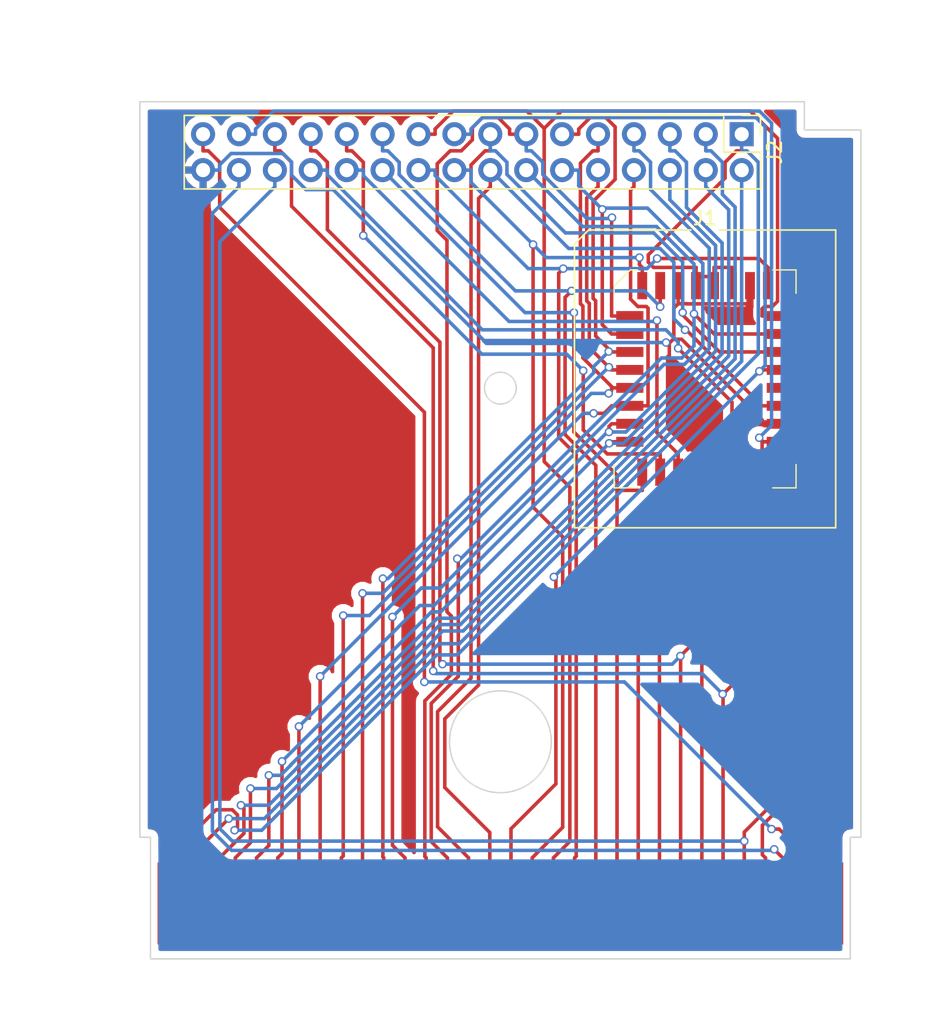
<source format=kicad_pcb>
(kicad_pcb (version 4) (host pcbnew 4.0.6)

  (general
    (links 64)
    (no_connects 0)
    (area 112.968899 71.332401 164.068901 188.200599)
    (thickness 1.6)
    (drawings 12)
    (tracks 564)
    (zones 0)
    (modules 3)
    (nets 33)
  )

  (page A4)
  (layers
    (0 F.Cu signal)
    (31 B.Cu signal)
    (32 B.Adhes user)
    (33 F.Adhes user)
    (34 B.Paste user)
    (35 F.Paste user)
    (36 B.SilkS user)
    (37 F.SilkS user)
    (38 B.Mask user)
    (39 F.Mask user)
    (40 Dwgs.User user)
    (41 Cmts.User user)
    (42 Eco1.User user)
    (43 Eco2.User user)
    (44 Edge.Cuts user)
    (45 Margin user)
    (46 B.CrtYd user)
    (47 F.CrtYd user)
    (48 B.Fab user)
    (49 F.Fab user)
  )

  (setup
    (last_trace_width 0.25)
    (trace_clearance 0.2)
    (zone_clearance 0.508)
    (zone_45_only no)
    (trace_min 0.2)
    (segment_width 0.2)
    (edge_width 0.15)
    (via_size 0.6)
    (via_drill 0.4)
    (via_min_size 0.4)
    (via_min_drill 0.3)
    (uvia_size 0.3)
    (uvia_drill 0.1)
    (uvias_allowed no)
    (uvia_min_size 0.2)
    (uvia_min_drill 0.1)
    (pcb_text_width 0.3)
    (pcb_text_size 1.5 1.5)
    (mod_edge_width 0.15)
    (mod_text_size 1 1)
    (mod_text_width 0.15)
    (pad_size 1.524 1.524)
    (pad_drill 0.762)
    (pad_to_mask_clearance 0.2)
    (aux_axis_origin 0 0)
    (visible_elements 7FFFFFFF)
    (pcbplotparams
      (layerselection 0x00030_80000001)
      (usegerberextensions false)
      (excludeedgelayer true)
      (linewidth 0.100000)
      (plotframeref false)
      (viasonmask false)
      (mode 1)
      (useauxorigin false)
      (hpglpennumber 1)
      (hpglpenspeed 20)
      (hpglpendiameter 15)
      (hpglpenoverlay 2)
      (psnegative false)
      (psa4output false)
      (plotreference true)
      (plotvalue true)
      (plotinvisibletext false)
      (padsonsilk false)
      (subtractmaskfromsilk false)
      (outputformat 1)
      (mirror false)
      (drillshape 1)
      (scaleselection 1)
      (outputdirectory ""))
  )

  (net 0 "")
  (net 1 /RESET)
  (net 2 /CE)
  (net 3 A15)
  (net 4 A12)
  (net 5 A14)
  (net 6 A7)
  (net 7 A6)
  (net 8 A5)
  (net 9 A4)
  (net 10 A3)
  (net 11 A2)
  (net 12 A1)
  (net 13 A0)
  (net 14 D0)
  (net 15 D1)
  (net 16 D2)
  (net 17 D3)
  (net 18 D4)
  (net 19 D5)
  (net 20 D6)
  (net 21 D7)
  (net 22 A10)
  (net 23 A11)
  (net 24 A9)
  (net 25 A8)
  (net 26 A13)
  (net 27 CLK)
  (net 28 WR)
  (net 29 RD)
  (net 30 CS)
  (net 31 RESET)
  (net 32 AUDIO)

  (net_class Default "これは標準のネット クラスです。"
    (clearance 0.2)
    (trace_width 0.25)
    (via_dia 0.6)
    (via_drill 0.4)
    (uvia_dia 0.3)
    (uvia_drill 0.1)
    (add_net /CE)
    (add_net /RESET)
    (add_net A0)
    (add_net A1)
    (add_net A10)
    (add_net A11)
    (add_net A12)
    (add_net A13)
    (add_net A14)
    (add_net A15)
    (add_net A2)
    (add_net A3)
    (add_net A4)
    (add_net A5)
    (add_net A6)
    (add_net A7)
    (add_net A8)
    (add_net A9)
    (add_net AUDIO)
    (add_net CLK)
    (add_net CS)
    (add_net D0)
    (add_net D1)
    (add_net D2)
    (add_net D3)
    (add_net D4)
    (add_net D5)
    (add_net D6)
    (add_net D7)
    (add_net RD)
    (add_net RESET)
    (add_net WR)
  )

  (module Housings_LCC:PLCC-32_SMD-Socket (layer F.Cu) (tedit 58FB5F99) (tstamp 5A190B2A)
    (at 152.997 92.3184)
    (descr "PLCC, 32 pins, surface mount")
    (tags "plcc smt")
    (path /5A18E9CE)
    (attr smd)
    (fp_text reference J1 (at 0 -11.375) (layer F.SilkS)
      (effects (font (size 1 1) (thickness 0.15)))
    )
    (fp_text value PLCC (at 0 11.375) (layer F.Fab)
      (effects (font (size 1 1) (thickness 0.15)))
    )
    (fp_line (start -8.09 -10.375) (end -9.09 -9.375) (layer F.Fab) (width 0.1))
    (fp_line (start -9.09 -9.375) (end -9.09 10.375) (layer F.Fab) (width 0.1))
    (fp_line (start -9.09 10.375) (end 9.09 10.375) (layer F.Fab) (width 0.1))
    (fp_line (start 9.09 10.375) (end 9.09 -10.375) (layer F.Fab) (width 0.1))
    (fp_line (start 9.09 -10.375) (end -8.09 -10.375) (layer F.Fab) (width 0.1))
    (fp_line (start -9.55 -10.85) (end -9.55 10.85) (layer F.CrtYd) (width 0.05))
    (fp_line (start -9.55 10.85) (end 9.55 10.85) (layer F.CrtYd) (width 0.05))
    (fp_line (start 9.55 10.85) (end 9.55 -10.85) (layer F.CrtYd) (width 0.05))
    (fp_line (start 9.55 -10.85) (end -9.55 -10.85) (layer F.CrtYd) (width 0.05))
    (fp_line (start -5.285 -7.555) (end -6.285 -6.555) (layer F.Fab) (width 0.1))
    (fp_line (start -6.285 -6.555) (end -6.285 7.555) (layer F.Fab) (width 0.1))
    (fp_line (start -6.285 7.555) (end 6.285 7.555) (layer F.Fab) (width 0.1))
    (fp_line (start 6.285 7.555) (end 6.285 -7.555) (layer F.Fab) (width 0.1))
    (fp_line (start 6.285 -7.555) (end -5.285 -7.555) (layer F.Fab) (width 0.1))
    (fp_line (start -7.82 -9.105) (end -7.82 9.105) (layer F.Fab) (width 0.1))
    (fp_line (start -7.82 9.105) (end 7.82 9.105) (layer F.Fab) (width 0.1))
    (fp_line (start 7.82 9.105) (end 7.82 -9.105) (layer F.Fab) (width 0.1))
    (fp_line (start 7.82 -9.105) (end -7.82 -9.105) (layer F.Fab) (width 0.1))
    (fp_line (start -0.5 -10.375) (end 0 -9.375) (layer F.Fab) (width 0.1))
    (fp_line (start 0 -9.375) (end 0.5 -10.375) (layer F.Fab) (width 0.1))
    (fp_line (start -1 -10.525) (end -8.24 -10.525) (layer F.SilkS) (width 0.12))
    (fp_line (start -8.24 -10.525) (end -9.24 -9.525) (layer F.SilkS) (width 0.12))
    (fp_line (start -9.24 -9.525) (end -9.24 10.525) (layer F.SilkS) (width 0.12))
    (fp_line (start -9.24 10.525) (end 9.24 10.525) (layer F.SilkS) (width 0.12))
    (fp_line (start 9.24 10.525) (end 9.24 -10.525) (layer F.SilkS) (width 0.12))
    (fp_line (start 9.24 -10.525) (end 1 -10.525) (layer F.SilkS) (width 0.12))
    (fp_line (start -4.785 -7.705) (end -5.285 -7.705) (layer F.SilkS) (width 0.1))
    (fp_line (start -5.285 -7.705) (end -6.435 -6.555) (layer F.SilkS) (width 0.1))
    (fp_line (start -6.435 -6.555) (end -6.435 -6.055) (layer F.SilkS) (width 0.1))
    (fp_line (start 4.785 -7.705) (end 6.435 -7.705) (layer F.SilkS) (width 0.1))
    (fp_line (start 6.435 -7.705) (end 6.435 -6.055) (layer F.SilkS) (width 0.1))
    (fp_line (start -4.785 7.705) (end -6.435 7.705) (layer F.SilkS) (width 0.1))
    (fp_line (start -6.435 7.705) (end -6.435 6.055) (layer F.SilkS) (width 0.1))
    (fp_line (start 4.785 7.705) (end 6.435 7.705) (layer F.SilkS) (width 0.1))
    (fp_line (start 6.435 7.705) (end 6.435 6.055) (layer F.SilkS) (width 0.1))
    (fp_text user %R (at 0 0) (layer F.Fab)
      (effects (font (size 1 1) (thickness 0.15)))
    )
    (pad 1 smd rect (at -0.635 -6.5925) (size 0.7 1.925) (layers F.Cu F.Paste F.Mask)
      (net 1 /RESET))
    (pad 2 smd rect (at -1.905 -6.5925) (size 0.7 1.925) (layers F.Cu F.Paste F.Mask)
      (net 2 /CE))
    (pad 3 smd rect (at -3.175 -6.5925) (size 0.7 1.925) (layers F.Cu F.Paste F.Mask)
      (net 3 A15))
    (pad 4 smd rect (at -4.445 -6.5925) (size 0.7 1.925) (layers F.Cu F.Paste F.Mask)
      (net 4 A12))
    (pad 32 smd rect (at 0.635 -6.5925) (size 0.7 1.925) (layers F.Cu F.Paste F.Mask)
      (net 1 /RESET))
    (pad 31 smd rect (at 1.905 -6.5925) (size 0.7 1.925) (layers F.Cu F.Paste F.Mask)
      (net 1 /RESET))
    (pad 30 smd rect (at 3.175 -6.5925) (size 0.7 1.925) (layers F.Cu F.Paste F.Mask)
      (net 2 /CE))
    (pad 29 smd rect (at 4.445 -6.5925) (size 0.7 1.925) (layers F.Cu F.Paste F.Mask)
      (net 5 A14))
    (pad 5 smd rect (at -5.3225 -4.445) (size 1.925 0.7) (layers F.Cu F.Paste F.Mask)
      (net 6 A7))
    (pad 6 smd rect (at -5.3225 -3.175) (size 1.925 0.7) (layers F.Cu F.Paste F.Mask)
      (net 7 A6))
    (pad 7 smd rect (at -5.3225 -1.905) (size 1.925 0.7) (layers F.Cu F.Paste F.Mask)
      (net 8 A5))
    (pad 8 smd rect (at -5.3225 -0.635) (size 1.925 0.7) (layers F.Cu F.Paste F.Mask)
      (net 9 A4))
    (pad 9 smd rect (at -5.3225 0.635) (size 1.925 0.7) (layers F.Cu F.Paste F.Mask)
      (net 10 A3))
    (pad 10 smd rect (at -5.3225 1.905) (size 1.925 0.7) (layers F.Cu F.Paste F.Mask)
      (net 11 A2))
    (pad 11 smd rect (at -5.3225 3.175) (size 1.925 0.7) (layers F.Cu F.Paste F.Mask)
      (net 12 A1))
    (pad 12 smd rect (at -5.3225 4.445) (size 1.925 0.7) (layers F.Cu F.Paste F.Mask)
      (net 13 A0))
    (pad 13 smd rect (at -4.445 6.5925) (size 0.7 1.925) (layers F.Cu F.Paste F.Mask)
      (net 14 D0))
    (pad 14 smd rect (at -3.175 6.5925) (size 0.7 1.925) (layers F.Cu F.Paste F.Mask)
      (net 15 D1))
    (pad 15 smd rect (at -1.905 6.5925) (size 0.7 1.925) (layers F.Cu F.Paste F.Mask)
      (net 16 D2))
    (pad 16 smd rect (at -0.635 6.5925) (size 0.7 1.925) (layers F.Cu F.Paste F.Mask)
      (net 2 /CE))
    (pad 17 smd rect (at 0.635 6.5925) (size 0.7 1.925) (layers F.Cu F.Paste F.Mask)
      (net 17 D3))
    (pad 18 smd rect (at 1.905 6.5925) (size 0.7 1.925) (layers F.Cu F.Paste F.Mask)
      (net 18 D4))
    (pad 19 smd rect (at 3.175 6.5925) (size 0.7 1.925) (layers F.Cu F.Paste F.Mask)
      (net 19 D5))
    (pad 20 smd rect (at 4.445 6.5925) (size 0.7 1.925) (layers F.Cu F.Paste F.Mask)
      (net 20 D6))
    (pad 21 smd rect (at 5.3225 4.445) (size 1.925 0.7) (layers F.Cu F.Paste F.Mask)
      (net 21 D7))
    (pad 22 smd rect (at 5.3225 3.175) (size 1.925 0.7) (layers F.Cu F.Paste F.Mask)
      (net 2 /CE))
    (pad 23 smd rect (at 5.3225 1.905) (size 1.925 0.7) (layers F.Cu F.Paste F.Mask)
      (net 22 A10))
    (pad 24 smd rect (at 5.3225 0.635) (size 1.925 0.7) (layers F.Cu F.Paste F.Mask)
      (net 2 /CE))
    (pad 25 smd rect (at 5.3225 -0.635) (size 1.925 0.7) (layers F.Cu F.Paste F.Mask)
      (net 23 A11))
    (pad 26 smd rect (at 5.3225 -1.905) (size 1.925 0.7) (layers F.Cu F.Paste F.Mask)
      (net 24 A9))
    (pad 27 smd rect (at 5.3225 -3.175) (size 1.925 0.7) (layers F.Cu F.Paste F.Mask)
      (net 25 A8))
    (pad 28 smd rect (at 5.3225 -4.445) (size 1.925 0.7) (layers F.Cu F.Paste F.Mask)
      (net 26 A13))
    (model ${KISYS3DMOD}/Housings_LCC.3dshapes/PLCC-32_SMD-Socket.wrl
      (at (xyz 0 0 0))
      (scale (xyz 1 1 1))
      (rotate (xyz 0 0 0))
    )
  )

  (module Pin_Headers:Pin_Header_Straight_2x16_Pitch2.54mm (layer F.Cu) (tedit 59650533) (tstamp 5A190B4E)
    (at 155.586 75.0189 270)
    (descr "Through hole straight pin header, 2x16, 2.54mm pitch, double rows")
    (tags "Through hole pin header THT 2x16 2.54mm double row")
    (path /5A18D7A9)
    (fp_text reference J2 (at 1.27 -2.33 270) (layer F.SilkS)
      (effects (font (size 1 1) (thickness 0.15)))
    )
    (fp_text value DEV (at 1.27 40.43 270) (layer F.Fab)
      (effects (font (size 1 1) (thickness 0.15)))
    )
    (fp_line (start 0 -1.27) (end 3.81 -1.27) (layer F.Fab) (width 0.1))
    (fp_line (start 3.81 -1.27) (end 3.81 39.37) (layer F.Fab) (width 0.1))
    (fp_line (start 3.81 39.37) (end -1.27 39.37) (layer F.Fab) (width 0.1))
    (fp_line (start -1.27 39.37) (end -1.27 0) (layer F.Fab) (width 0.1))
    (fp_line (start -1.27 0) (end 0 -1.27) (layer F.Fab) (width 0.1))
    (fp_line (start -1.33 39.43) (end 3.87 39.43) (layer F.SilkS) (width 0.12))
    (fp_line (start -1.33 1.27) (end -1.33 39.43) (layer F.SilkS) (width 0.12))
    (fp_line (start 3.87 -1.33) (end 3.87 39.43) (layer F.SilkS) (width 0.12))
    (fp_line (start -1.33 1.27) (end 1.27 1.27) (layer F.SilkS) (width 0.12))
    (fp_line (start 1.27 1.27) (end 1.27 -1.33) (layer F.SilkS) (width 0.12))
    (fp_line (start 1.27 -1.33) (end 3.87 -1.33) (layer F.SilkS) (width 0.12))
    (fp_line (start -1.33 0) (end -1.33 -1.33) (layer F.SilkS) (width 0.12))
    (fp_line (start -1.33 -1.33) (end 0 -1.33) (layer F.SilkS) (width 0.12))
    (fp_line (start -1.8 -1.8) (end -1.8 39.9) (layer F.CrtYd) (width 0.05))
    (fp_line (start -1.8 39.9) (end 4.35 39.9) (layer F.CrtYd) (width 0.05))
    (fp_line (start 4.35 39.9) (end 4.35 -1.8) (layer F.CrtYd) (width 0.05))
    (fp_line (start 4.35 -1.8) (end -1.8 -1.8) (layer F.CrtYd) (width 0.05))
    (fp_text user %R (at 1.27 19.05 360) (layer F.Fab)
      (effects (font (size 1 1) (thickness 0.15)))
    )
    (pad 1 thru_hole rect (at 0 0 270) (size 1.7 1.7) (drill 1) (layers *.Cu *.Mask)
      (net 1 /RESET))
    (pad 2 thru_hole oval (at 2.54 0 270) (size 1.7 1.7) (drill 1) (layers *.Cu *.Mask)
      (net 27 CLK))
    (pad 3 thru_hole oval (at 0 2.54 270) (size 1.7 1.7) (drill 1) (layers *.Cu *.Mask)
      (net 28 WR))
    (pad 4 thru_hole oval (at 2.54 2.54 270) (size 1.7 1.7) (drill 1) (layers *.Cu *.Mask)
      (net 29 RD))
    (pad 5 thru_hole oval (at 0 5.08 270) (size 1.7 1.7) (drill 1) (layers *.Cu *.Mask)
      (net 30 CS))
    (pad 6 thru_hole oval (at 2.54 5.08 270) (size 1.7 1.7) (drill 1) (layers *.Cu *.Mask)
      (net 13 A0))
    (pad 7 thru_hole oval (at 0 7.62 270) (size 1.7 1.7) (drill 1) (layers *.Cu *.Mask)
      (net 12 A1))
    (pad 8 thru_hole oval (at 2.54 7.62 270) (size 1.7 1.7) (drill 1) (layers *.Cu *.Mask)
      (net 11 A2))
    (pad 9 thru_hole oval (at 0 10.16 270) (size 1.7 1.7) (drill 1) (layers *.Cu *.Mask)
      (net 10 A3))
    (pad 10 thru_hole oval (at 2.54 10.16 270) (size 1.7 1.7) (drill 1) (layers *.Cu *.Mask)
      (net 9 A4))
    (pad 11 thru_hole oval (at 0 12.7 270) (size 1.7 1.7) (drill 1) (layers *.Cu *.Mask)
      (net 8 A5))
    (pad 12 thru_hole oval (at 2.54 12.7 270) (size 1.7 1.7) (drill 1) (layers *.Cu *.Mask)
      (net 7 A6))
    (pad 13 thru_hole oval (at 0 15.24 270) (size 1.7 1.7) (drill 1) (layers *.Cu *.Mask)
      (net 6 A7))
    (pad 14 thru_hole oval (at 2.54 15.24 270) (size 1.7 1.7) (drill 1) (layers *.Cu *.Mask)
      (net 25 A8))
    (pad 15 thru_hole oval (at 0 17.78 270) (size 1.7 1.7) (drill 1) (layers *.Cu *.Mask)
      (net 24 A9))
    (pad 16 thru_hole oval (at 2.54 17.78 270) (size 1.7 1.7) (drill 1) (layers *.Cu *.Mask)
      (net 22 A10))
    (pad 17 thru_hole oval (at 0 20.32 270) (size 1.7 1.7) (drill 1) (layers *.Cu *.Mask)
      (net 23 A11))
    (pad 18 thru_hole oval (at 2.54 20.32 270) (size 1.7 1.7) (drill 1) (layers *.Cu *.Mask)
      (net 4 A12))
    (pad 19 thru_hole oval (at 0 22.86 270) (size 1.7 1.7) (drill 1) (layers *.Cu *.Mask)
      (net 26 A13))
    (pad 20 thru_hole oval (at 2.54 22.86 270) (size 1.7 1.7) (drill 1) (layers *.Cu *.Mask)
      (net 5 A14))
    (pad 21 thru_hole oval (at 0 25.4 270) (size 1.7 1.7) (drill 1) (layers *.Cu *.Mask)
      (net 3 A15))
    (pad 22 thru_hole oval (at 2.54 25.4 270) (size 1.7 1.7) (drill 1) (layers *.Cu *.Mask)
      (net 14 D0))
    (pad 23 thru_hole oval (at 0 27.94 270) (size 1.7 1.7) (drill 1) (layers *.Cu *.Mask)
      (net 15 D1))
    (pad 24 thru_hole oval (at 2.54 27.94 270) (size 1.7 1.7) (drill 1) (layers *.Cu *.Mask)
      (net 16 D2))
    (pad 25 thru_hole oval (at 0 30.48 270) (size 1.7 1.7) (drill 1) (layers *.Cu *.Mask)
      (net 17 D3))
    (pad 26 thru_hole oval (at 2.54 30.48 270) (size 1.7 1.7) (drill 1) (layers *.Cu *.Mask)
      (net 18 D4))
    (pad 27 thru_hole oval (at 0 33.02 270) (size 1.7 1.7) (drill 1) (layers *.Cu *.Mask)
      (net 19 D5))
    (pad 28 thru_hole oval (at 2.54 33.02 270) (size 1.7 1.7) (drill 1) (layers *.Cu *.Mask)
      (net 20 D6))
    (pad 29 thru_hole oval (at 0 35.56 270) (size 1.7 1.7) (drill 1) (layers *.Cu *.Mask)
      (net 21 D7))
    (pad 30 thru_hole oval (at 2.54 35.56 270) (size 1.7 1.7) (drill 1) (layers *.Cu *.Mask)
      (net 31 RESET))
    (pad 31 thru_hole oval (at 0 38.1 270) (size 1.7 1.7) (drill 1) (layers *.Cu *.Mask)
      (net 32 AUDIO))
    (pad 32 thru_hole oval (at 2.54 38.1 270) (size 1.7 1.7) (drill 1) (layers *.Cu *.Mask)
      (net 2 /CE))
    (model ${KISYS3DMOD}/Pin_Headers.3dshapes/Pin_Header_Straight_2x16_Pitch2.54mm.wrl
      (at (xyz 0 0 0))
      (scale (xyz 1 1 1))
      (rotate (xyz 0 0 0))
    )
  )

  (module doragasu-footprints:GB_CART_FINGERS (layer F.Cu) (tedit 56102831) (tstamp 5A190B72)
    (at 138.519 129.402)
    (path /5A18D774)
    (fp_text reference J3 (at -0.2 4.3) (layer F.SilkS) hide
      (effects (font (size 1 1) (thickness 0.15)))
    )
    (fp_text value CART (at -0.1 -4.5) (layer F.Fab) hide
      (effects (font (size 1.5 1.5) (thickness 0.15)))
    )
    (pad 1 smd rect (at -23.5 0) (size 1.5 5.8) (layers F.Cu F.Mask)
      (net 1 /RESET))
    (pad 2 smd rect (at -21.75 0) (size 1 5.8) (layers F.Cu F.Mask)
      (net 27 CLK))
    (pad 3 smd rect (at -20.25 0) (size 1 5.8) (layers F.Cu F.Mask)
      (net 28 WR))
    (pad 4 smd rect (at -18.75 0) (size 1 5.8) (layers F.Cu F.Mask)
      (net 29 RD))
    (pad 5 smd rect (at -17.25 0) (size 1 5.8) (layers F.Cu F.Mask)
      (net 30 CS))
    (pad 6 smd rect (at -15.75 0) (size 1 5.8) (layers F.Cu F.Mask)
      (net 13 A0))
    (pad 7 smd rect (at -14.25 0) (size 1 5.8) (layers F.Cu F.Mask)
      (net 12 A1))
    (pad 8 smd rect (at -12.75 0) (size 1 5.8) (layers F.Cu F.Mask)
      (net 11 A2))
    (pad 9 smd rect (at -11.25 0) (size 1 5.8) (layers F.Cu F.Mask)
      (net 10 A3))
    (pad 10 smd rect (at -9.75 0) (size 1 5.8) (layers F.Cu F.Mask)
      (net 9 A4))
    (pad 11 smd rect (at -8.25 0) (size 1 5.8) (layers F.Cu F.Mask)
      (net 8 A5))
    (pad 12 smd rect (at -6.75 0) (size 1 5.8) (layers F.Cu F.Mask)
      (net 7 A6))
    (pad 13 smd rect (at -5.25 0) (size 1 5.8) (layers F.Cu F.Mask)
      (net 6 A7))
    (pad 14 smd rect (at -3.75 0) (size 1 5.8) (layers F.Cu F.Mask)
      (net 25 A8))
    (pad 15 smd rect (at -2.25 0) (size 1 5.8) (layers F.Cu F.Mask)
      (net 24 A9))
    (pad 16 smd rect (at -0.75 0) (size 1 5.8) (layers F.Cu F.Mask)
      (net 22 A10))
    (pad 17 smd rect (at 0.75 0) (size 1 5.8) (layers F.Cu F.Mask)
      (net 23 A11))
    (pad 18 smd rect (at 2.25 0) (size 1 5.8) (layers F.Cu F.Mask)
      (net 4 A12))
    (pad 19 smd rect (at 3.75 0) (size 1 5.8) (layers F.Cu F.Mask)
      (net 26 A13))
    (pad 20 smd rect (at 5.25 0) (size 1 5.8) (layers F.Cu F.Mask)
      (net 5 A14))
    (pad 21 smd rect (at 6.75 0) (size 1 5.8) (layers F.Cu F.Mask)
      (net 3 A15))
    (pad 22 smd rect (at 8.25 0) (size 1 5.8) (layers F.Cu F.Mask)
      (net 14 D0))
    (pad 23 smd rect (at 9.75 0) (size 1 5.8) (layers F.Cu F.Mask)
      (net 15 D1))
    (pad 24 smd rect (at 11.25 0) (size 1 5.8) (layers F.Cu F.Mask)
      (net 16 D2))
    (pad 25 smd rect (at 12.75 0) (size 1 5.8) (layers F.Cu F.Mask)
      (net 17 D3))
    (pad 26 smd rect (at 14.25 0) (size 1 5.8) (layers F.Cu F.Mask)
      (net 18 D4))
    (pad 27 smd rect (at 15.75 0) (size 1 5.8) (layers F.Cu F.Mask)
      (net 19 D5))
    (pad 28 smd rect (at 17.25 0) (size 1 5.8) (layers F.Cu F.Mask)
      (net 20 D6))
    (pad 29 smd rect (at 18.75 0) (size 1 5.8) (layers F.Cu F.Mask)
      (net 21 D7))
    (pad 30 smd rect (at 20.25 0) (size 1 5.8) (layers F.Cu F.Mask)
      (net 31 RESET))
    (pad 31 smd rect (at 21.75 0) (size 1 5.8) (layers F.Cu F.Mask)
      (net 32 AUDIO))
    (pad 32 smd rect (at 23.5 0) (size 1.5 5.8) (layers F.Cu F.Mask)
      (net 2 /CE))
  )

  (gr_line (start 163.2689 124.7224) (end 163.2689 133.3224) (layer Edge.Cuts) (width 0.1))
  (gr_line (start 164.0189 124.7224) (end 163.2689 124.7224) (layer Edge.Cuts) (width 0.1))
  (gr_line (start 164.0189 74.7224) (end 164.0189 124.7224) (layer Edge.Cuts) (width 0.1))
  (gr_line (start 160.0189 74.7224) (end 164.0189 74.7224) (layer Edge.Cuts) (width 0.1))
  (gr_line (start 160.0189 72.7224) (end 160.0189 74.7224) (layer Edge.Cuts) (width 0.1))
  (gr_line (start 113.0189 72.7224) (end 160.0189 72.7224) (layer Edge.Cuts) (width 0.1))
  (gr_line (start 113.0189 124.7224) (end 113.0189 72.7224) (layer Edge.Cuts) (width 0.1))
  (gr_line (start 113.7689 124.7224) (end 113.0189 124.7224) (layer Edge.Cuts) (width 0.1))
  (gr_line (start 113.7689 133.3224) (end 113.7689 124.7224) (layer Edge.Cuts) (width 0.1))
  (gr_line (start 163.2689 133.3224) (end 113.7689 133.3224) (layer Edge.Cuts) (width 0.1))
  (gr_circle (center 138.5189 117.9724) (end 134.9189 117.9724) (layer Edge.Cuts) (width 0.1))
  (gr_circle (center 138.5189 92.9724) (end 137.3939 92.9724) (layer Edge.Cuts) (width 0.1))

  (via (at 119.7161 124.2272) (size 0.6) (layers F.Cu B.Cu) (net 1))
  (segment (start 154.902 84.4381) (end 153.632 84.4381) (width 0.25) (layer F.Cu) (net 1))
  (segment (start 154.902 85.7259) (end 154.902 84.4381) (width 0.25) (layer F.Cu) (net 1))
  (segment (start 155.586 75.0189) (end 155.586 76.1942) (width 0.25) (layer F.Cu) (net 1))
  (segment (start 153.632 85.082) (end 152.362 85.082) (width 0.25) (layer F.Cu) (net 1))
  (segment (start 152.362 85.7259) (end 152.362 85.082) (width 0.25) (layer F.Cu) (net 1))
  (segment (start 152.362 85.082) (end 152.362 84.4381) (width 0.25) (layer F.Cu) (net 1))
  (segment (start 153.632 85.7259) (end 153.632 85.082) (width 0.25) (layer F.Cu) (net 1))
  (segment (start 153.632 85.082) (end 153.632 84.4381) (width 0.25) (layer F.Cu) (net 1))
  (segment (start 149.3493 84.4381) (end 152.362 84.4381) (width 0.25) (layer F.Cu) (net 1))
  (segment (start 148.9792 84.068) (end 149.3493 84.4381) (width 0.25) (layer F.Cu) (net 1))
  (segment (start 148.9792 83.55) (end 148.9792 84.068) (width 0.25) (layer F.Cu) (net 1))
  (segment (start 154.4107 78.1185) (end 148.9792 83.55) (width 0.25) (layer F.Cu) (net 1))
  (segment (start 154.4107 77.0021) (end 154.4107 78.1185) (width 0.25) (layer F.Cu) (net 1))
  (segment (start 155.2186 76.1942) (end 154.4107 77.0021) (width 0.25) (layer F.Cu) (net 1))
  (segment (start 155.586 76.1942) (end 155.2186 76.1942) (width 0.25) (layer F.Cu) (net 1))
  (segment (start 115.019 129.402) (end 115.019 126.1767) (width 0.25) (layer F.Cu) (net 1))
  (segment (start 155.586 75.0189) (end 155.586 76.1942) (width 0.25) (layer B.Cu) (net 1))
  (segment (start 121.6382 124.2272) (end 119.7161 124.2272) (width 0.25) (layer B.Cu) (net 1))
  (segment (start 125.4978 120.3676) (end 121.6382 124.2272) (width 0.25) (layer B.Cu) (net 1))
  (segment (start 125.4978 120.3516) (end 125.4978 120.3676) (width 0.25) (layer B.Cu) (net 1))
  (segment (start 134.019 111.8304) (end 125.4978 120.3516) (width 0.25) (layer B.Cu) (net 1))
  (segment (start 135.4723 111.8304) (end 134.019 111.8304) (width 0.25) (layer B.Cu) (net 1))
  (segment (start 156.7613 90.5414) (end 135.4723 111.8304) (width 0.25) (layer B.Cu) (net 1))
  (segment (start 156.7613 77.0021) (end 156.7613 90.5414) (width 0.25) (layer B.Cu) (net 1))
  (segment (start 155.9534 76.1942) (end 156.7613 77.0021) (width 0.25) (layer B.Cu) (net 1))
  (segment (start 155.586 76.1942) (end 155.9534 76.1942) (width 0.25) (layer B.Cu) (net 1))
  (segment (start 118.4157 122.78) (end 115.019 126.1767) (width 0.25) (layer F.Cu) (net 1))
  (segment (start 119.5599 122.78) (end 118.4157 122.78) (width 0.25) (layer F.Cu) (net 1))
  (segment (start 119.9262 123.1463) (end 119.5599 122.78) (width 0.25) (layer F.Cu) (net 1))
  (segment (start 119.9262 124.0171) (end 119.9262 123.1463) (width 0.25) (layer F.Cu) (net 1))
  (segment (start 119.7161 124.2272) (end 119.9262 124.0171) (width 0.25) (layer F.Cu) (net 1))
  (via (at 150.2402 89.7493) (size 0.6) (layers F.Cu B.Cu) (net 2))
  (segment (start 158.3195 92.9534) (end 159.6073 92.9534) (width 0.25) (layer F.Cu) (net 2))
  (segment (start 162.019 97.9051) (end 159.6073 95.4934) (width 0.25) (layer F.Cu) (net 2))
  (segment (start 162.019 129.402) (end 162.019 97.9051) (width 0.25) (layer F.Cu) (net 2))
  (segment (start 158.3195 95.4934) (end 159.6073 95.4934) (width 0.25) (layer F.Cu) (net 2))
  (segment (start 159.6073 95.4934) (end 159.6073 92.9534) (width 0.25) (layer F.Cu) (net 2))
  (segment (start 158.3195 95.4934) (end 157.0317 95.4934) (width 0.25) (layer F.Cu) (net 2))
  (segment (start 152.362 98.9109) (end 152.362 97.6231) (width 0.25) (layer F.Cu) (net 2))
  (segment (start 150.4673 95.7284) (end 150.4673 89.7912) (width 0.25) (layer F.Cu) (net 2))
  (segment (start 152.362 97.6231) (end 150.4673 95.7284) (width 0.25) (layer F.Cu) (net 2))
  (segment (start 150.4254 89.7493) (end 150.2402 89.7493) (width 0.25) (layer F.Cu) (net 2))
  (segment (start 150.4673 89.7912) (end 150.4254 89.7493) (width 0.25) (layer F.Cu) (net 2))
  (segment (start 117.486 77.5589) (end 118.6613 77.5589) (width 0.25) (layer B.Cu) (net 2))
  (segment (start 151.3352 89.5136) (end 150.7872 89.5136) (width 0.25) (layer F.Cu) (net 2))
  (segment (start 157.0317 95.2101) (end 151.3352 89.5136) (width 0.25) (layer F.Cu) (net 2))
  (segment (start 157.0317 95.4934) (end 157.0317 95.2101) (width 0.25) (layer F.Cu) (net 2))
  (segment (start 150.7449 89.5136) (end 150.4673 89.7912) (width 0.25) (layer F.Cu) (net 2))
  (segment (start 150.7872 89.5136) (end 150.7449 89.5136) (width 0.25) (layer F.Cu) (net 2))
  (segment (start 150.7872 87.3185) (end 151.092 87.0137) (width 0.25) (layer F.Cu) (net 2))
  (segment (start 150.7872 89.5136) (end 150.7872 87.3185) (width 0.25) (layer F.Cu) (net 2))
  (segment (start 151.6866 87.0029) (end 151.092 87.0029) (width 0.25) (layer F.Cu) (net 2))
  (segment (start 151.6974 87.0137) (end 151.6866 87.0029) (width 0.25) (layer F.Cu) (net 2))
  (segment (start 156.172 87.0137) (end 151.6974 87.0137) (width 0.25) (layer F.Cu) (net 2))
  (segment (start 151.092 85.7259) (end 151.092 87.0029) (width 0.25) (layer F.Cu) (net 2))
  (segment (start 151.092 87.0029) (end 151.092 87.0137) (width 0.25) (layer F.Cu) (net 2))
  (segment (start 156.172 85.7259) (end 156.172 87.0137) (width 0.25) (layer F.Cu) (net 2))
  (segment (start 118.6613 77.1915) (end 118.6613 77.5589) (width 0.25) (layer B.Cu) (net 2))
  (segment (start 119.4692 76.3836) (end 118.6613 77.1915) (width 0.25) (layer B.Cu) (net 2))
  (segment (start 123.1446 76.3836) (end 119.4692 76.3836) (width 0.25) (layer B.Cu) (net 2))
  (segment (start 123.7414 76.9804) (end 123.1446 76.3836) (width 0.25) (layer B.Cu) (net 2))
  (segment (start 123.7414 77.9155) (end 123.7414 76.9804) (width 0.25) (layer B.Cu) (net 2))
  (segment (start 124.7651 78.9392) (end 123.7414 77.9155) (width 0.25) (layer B.Cu) (net 2))
  (segment (start 126.6915 78.9392) (end 124.7651 78.9392) (width 0.25) (layer B.Cu) (net 2))
  (segment (start 137.5016 89.7493) (end 126.6915 78.9392) (width 0.25) (layer B.Cu) (net 2))
  (segment (start 150.2402 89.7493) (end 137.5016 89.7493) (width 0.25) (layer B.Cu) (net 2))
  (via (at 143.5516 86.095) (size 0.6) (layers F.Cu B.Cu) (net 3))
  (via (at 149.822 87.214) (size 0.6) (layers F.Cu B.Cu) (net 3))
  (segment (start 130.186 75.0189) (end 130.186 76.1942) (width 0.25) (layer B.Cu) (net 3))
  (segment (start 145.269 129.402) (end 145.269 126.1767) (width 0.25) (layer F.Cu) (net 3))
  (segment (start 149.822 85.7259) (end 149.822 87.0137) (width 0.25) (layer F.Cu) (net 3))
  (segment (start 149.822 87.0137) (end 149.822 87.214) (width 0.25) (layer F.Cu) (net 3))
  (segment (start 148.703 86.095) (end 143.5516 86.095) (width 0.25) (layer B.Cu) (net 3))
  (segment (start 149.822 87.214) (end 148.703 86.095) (width 0.25) (layer B.Cu) (net 3))
  (segment (start 130.5534 76.1942) (end 130.186 76.1942) (width 0.25) (layer B.Cu) (net 3))
  (segment (start 131.3613 77.0021) (end 130.5534 76.1942) (width 0.25) (layer B.Cu) (net 3))
  (segment (start 131.3613 77.8739) (end 131.3613 77.0021) (width 0.25) (layer B.Cu) (net 3))
  (segment (start 139.5824 86.095) (end 131.3613 77.8739) (width 0.25) (layer B.Cu) (net 3))
  (segment (start 143.5516 86.095) (end 139.5824 86.095) (width 0.25) (layer B.Cu) (net 3))
  (segment (start 145.269 98.4297) (end 145.269 126.1767) (width 0.25) (layer F.Cu) (net 3))
  (segment (start 143.094 96.2547) (end 145.269 98.4297) (width 0.25) (layer F.Cu) (net 3))
  (segment (start 143.094 86.5526) (end 143.094 96.2547) (width 0.25) (layer F.Cu) (net 3))
  (segment (start 143.5516 86.095) (end 143.094 86.5526) (width 0.25) (layer F.Cu) (net 3))
  (via (at 140.8315 82.8186) (size 0.6) (layers F.Cu B.Cu) (net 4))
  (via (at 148.3538 83.7439) (size 0.6) (layers F.Cu B.Cu) (net 4))
  (segment (start 140.769 129.402) (end 140.769 126.1767) (width 0.25) (layer F.Cu) (net 4))
  (segment (start 148.552 85.7259) (end 148.552 84.4381) (width 0.25) (layer F.Cu) (net 4))
  (segment (start 135.266 77.5589) (end 136.4413 77.5589) (width 0.25) (layer B.Cu) (net 4))
  (segment (start 148.3538 84.2399) (end 148.552 84.4381) (width 0.25) (layer F.Cu) (net 4))
  (segment (start 148.3538 83.7439) (end 148.3538 84.2399) (width 0.25) (layer F.Cu) (net 4))
  (segment (start 140.8315 101.3864) (end 140.8315 82.8186) (width 0.25) (layer F.Cu) (net 4))
  (segment (start 142.9264 103.4813) (end 140.8315 101.3864) (width 0.25) (layer F.Cu) (net 4))
  (segment (start 142.9264 124.0193) (end 142.9264 103.4813) (width 0.25) (layer F.Cu) (net 4))
  (segment (start 140.769 126.1767) (end 142.9264 124.0193) (width 0.25) (layer F.Cu) (net 4))
  (segment (start 141.7568 83.7439) (end 140.8315 82.8186) (width 0.25) (layer B.Cu) (net 4))
  (segment (start 148.3538 83.7439) (end 141.7568 83.7439) (width 0.25) (layer B.Cu) (net 4))
  (segment (start 136.4413 78.4284) (end 140.8315 82.8186) (width 0.25) (layer B.Cu) (net 4))
  (segment (start 136.4413 77.5589) (end 136.4413 78.4284) (width 0.25) (layer B.Cu) (net 4))
  (via (at 142.9639 84.5219) (size 0.6) (layers F.Cu B.Cu) (net 5))
  (via (at 149.6045 83.809) (size 0.6) (layers F.Cu B.Cu) (net 5))
  (segment (start 143.769 129.402) (end 143.769 126.1767) (width 0.25) (layer F.Cu) (net 5))
  (segment (start 132.726 77.5589) (end 133.9013 77.5589) (width 0.25) (layer B.Cu) (net 5))
  (segment (start 140.4859 84.5219) (end 142.9639 84.5219) (width 0.25) (layer B.Cu) (net 5))
  (segment (start 133.9013 77.9373) (end 140.4859 84.5219) (width 0.25) (layer B.Cu) (net 5))
  (segment (start 133.9013 77.5589) (end 133.9013 77.9373) (width 0.25) (layer B.Cu) (net 5))
  (segment (start 157.442 85.7259) (end 157.442 84.4381) (width 0.25) (layer F.Cu) (net 5))
  (segment (start 156.8129 83.809) (end 149.6045 83.809) (width 0.25) (layer F.Cu) (net 5))
  (segment (start 157.442 84.4381) (end 156.8129 83.809) (width 0.25) (layer F.Cu) (net 5))
  (segment (start 148.8916 84.5219) (end 142.9639 84.5219) (width 0.25) (layer B.Cu) (net 5))
  (segment (start 149.6045 83.809) (end 148.8916 84.5219) (width 0.25) (layer B.Cu) (net 5))
  (segment (start 143.8816 126.0641) (end 143.769 126.1767) (width 0.25) (layer F.Cu) (net 5))
  (segment (start 143.8816 97.6793) (end 143.8816 126.0641) (width 0.25) (layer F.Cu) (net 5))
  (segment (start 142.6437 96.4414) (end 143.8816 97.6793) (width 0.25) (layer F.Cu) (net 5))
  (segment (start 142.6437 84.8421) (end 142.6437 96.4414) (width 0.25) (layer F.Cu) (net 5))
  (segment (start 142.9639 84.5219) (end 142.6437 84.8421) (width 0.25) (layer F.Cu) (net 5))
  (via (at 146.4152 80.918) (size 0.6) (layers F.Cu B.Cu) (net 6))
  (segment (start 147.6745 87.8734) (end 146.3867 87.8734) (width 0.25) (layer F.Cu) (net 6))
  (segment (start 140.346 75.0189) (end 140.346 76.1942) (width 0.25) (layer B.Cu) (net 6))
  (segment (start 146.3547 80.9785) (end 146.4152 80.918) (width 0.25) (layer B.Cu) (net 6))
  (segment (start 144.6354 80.9785) (end 146.3547 80.9785) (width 0.25) (layer B.Cu) (net 6))
  (segment (start 141.5213 77.8644) (end 144.6354 80.9785) (width 0.25) (layer B.Cu) (net 6))
  (segment (start 141.5213 77.0021) (end 141.5213 77.8644) (width 0.25) (layer B.Cu) (net 6))
  (segment (start 140.7134 76.1942) (end 141.5213 77.0021) (width 0.25) (layer B.Cu) (net 6))
  (segment (start 140.346 76.1942) (end 140.7134 76.1942) (width 0.25) (layer B.Cu) (net 6))
  (segment (start 146.3867 80.9465) (end 146.3867 87.8734) (width 0.25) (layer F.Cu) (net 6))
  (segment (start 146.4152 80.918) (end 146.3867 80.9465) (width 0.25) (layer F.Cu) (net 6))
  (segment (start 133.269 129.402) (end 133.269 126.1767) (width 0.25) (layer F.Cu) (net 6))
  (segment (start 140.346 75.0189) (end 139.1707 75.0189) (width 0.25) (layer F.Cu) (net 6))
  (segment (start 133.1758 126.0835) (end 133.269 126.1767) (width 0.25) (layer F.Cu) (net 6))
  (segment (start 133.1758 115.0794) (end 133.1758 126.0835) (width 0.25) (layer F.Cu) (net 6))
  (segment (start 135.0483 113.2069) (end 133.1758 115.0794) (width 0.25) (layer F.Cu) (net 6))
  (segment (start 135.0483 109.0863) (end 135.0483 113.2069) (width 0.25) (layer F.Cu) (net 6))
  (segment (start 134.7404 108.7784) (end 135.0483 109.0863) (width 0.25) (layer F.Cu) (net 6))
  (segment (start 134.7404 82.5197) (end 134.7404 108.7784) (width 0.25) (layer F.Cu) (net 6))
  (segment (start 134.0489 81.8282) (end 134.7404 82.5197) (width 0.25) (layer F.Cu) (net 6))
  (segment (start 134.0489 77.1112) (end 134.0489 81.8282) (width 0.25) (layer F.Cu) (net 6))
  (segment (start 134.9658 76.1943) (end 134.0489 77.1112) (width 0.25) (layer F.Cu) (net 6))
  (segment (start 135.7548 76.1943) (end 134.9658 76.1943) (width 0.25) (layer F.Cu) (net 6))
  (segment (start 136.536 75.4131) (end 135.7548 76.1943) (width 0.25) (layer F.Cu) (net 6))
  (segment (start 136.536 74.5575) (end 136.536 75.4131) (width 0.25) (layer F.Cu) (net 6))
  (segment (start 137.2499 73.8436) (end 136.536 74.5575) (width 0.25) (layer F.Cu) (net 6))
  (segment (start 138.3628 73.8436) (end 137.2499 73.8436) (width 0.25) (layer F.Cu) (net 6))
  (segment (start 139.1707 74.6515) (end 138.3628 73.8436) (width 0.25) (layer F.Cu) (net 6))
  (segment (start 139.1707 75.0189) (end 139.1707 74.6515) (width 0.25) (layer F.Cu) (net 6))
  (via (at 145.7246 80.3323) (size 0.6) (layers F.Cu B.Cu) (net 7))
  (via (at 130.8828 109.1434) (size 0.6) (layers F.Cu B.Cu) (net 7))
  (segment (start 142.886 77.5589) (end 144.0613 77.5589) (width 0.25) (layer B.Cu) (net 7))
  (segment (start 147.6745 89.1434) (end 146.3867 89.1434) (width 0.25) (layer F.Cu) (net 7))
  (segment (start 131.769 129.402) (end 131.769 126.1767) (width 0.25) (layer F.Cu) (net 7))
  (segment (start 145.7246 88.4813) (end 145.7246 80.3323) (width 0.25) (layer F.Cu) (net 7))
  (segment (start 146.3867 89.1434) (end 145.7246 88.4813) (width 0.25) (layer F.Cu) (net 7))
  (segment (start 144.0613 78.669) (end 145.7246 80.3323) (width 0.25) (layer B.Cu) (net 7))
  (segment (start 144.0613 77.5589) (end 144.0613 78.669) (width 0.25) (layer B.Cu) (net 7))
  (segment (start 130.8828 125.2905) (end 130.8828 109.1434) (width 0.25) (layer F.Cu) (net 7))
  (segment (start 131.769 126.1767) (end 130.8828 125.2905) (width 0.25) (layer F.Cu) (net 7))
  (segment (start 132.9262 107.1) (end 130.8828 109.1434) (width 0.25) (layer B.Cu) (net 7))
  (segment (start 134.2865 107.1) (end 132.9262 107.1) (width 0.25) (layer B.Cu) (net 7))
  (segment (start 150.0957 91.2908) (end 134.2865 107.1) (width 0.25) (layer B.Cu) (net 7))
  (segment (start 151.5383 91.2908) (end 150.0957 91.2908) (width 0.25) (layer B.Cu) (net 7))
  (segment (start 152.8384 89.9907) (end 151.5383 91.2908) (width 0.25) (layer B.Cu) (net 7))
  (segment (start 152.8384 84.1631) (end 152.8384 89.9907) (width 0.25) (layer B.Cu) (net 7))
  (segment (start 148.9201 80.2448) (end 152.8384 84.1631) (width 0.25) (layer B.Cu) (net 7))
  (segment (start 145.8121 80.2448) (end 148.9201 80.2448) (width 0.25) (layer B.Cu) (net 7))
  (segment (start 145.7246 80.3323) (end 145.8121 80.2448) (width 0.25) (layer B.Cu) (net 7))
  (via (at 130.2056 106.4382) (size 0.6) (layers F.Cu B.Cu) (net 8))
  (via (at 146.1789 90.3831) (size 0.6) (layers F.Cu B.Cu) (net 8))
  (segment (start 147.6745 90.4134) (end 146.3867 90.4134) (width 0.25) (layer F.Cu) (net 8))
  (segment (start 142.886 75.0189) (end 144.0613 75.0189) (width 0.25) (layer F.Cu) (net 8))
  (segment (start 130.269 129.402) (end 130.269 126.1767) (width 0.25) (layer F.Cu) (net 8))
  (segment (start 130.5637 106.4382) (end 130.2056 106.4382) (width 0.25) (layer B.Cu) (net 8))
  (segment (start 145.1195 91.8824) (end 130.5637 106.4382) (width 0.25) (layer B.Cu) (net 8))
  (segment (start 145.1195 91.4425) (end 145.1195 91.8824) (width 0.25) (layer B.Cu) (net 8))
  (segment (start 146.1789 90.3831) (end 145.1195 91.4425) (width 0.25) (layer B.Cu) (net 8))
  (segment (start 130.2056 126.1133) (end 130.2056 106.4382) (width 0.25) (layer F.Cu) (net 8))
  (segment (start 130.269 126.1767) (end 130.2056 126.1133) (width 0.25) (layer F.Cu) (net 8))
  (segment (start 146.2677 90.2943) (end 146.1789 90.3831) (width 0.25) (layer F.Cu) (net 8))
  (segment (start 146.2677 90.2943) (end 146.3867 90.4134) (width 0.25) (layer F.Cu) (net 8))
  (segment (start 144.0613 74.6516) (end 144.0613 75.0189) (width 0.25) (layer F.Cu) (net 8))
  (segment (start 144.8843 73.8286) (end 144.0613 74.6516) (width 0.25) (layer F.Cu) (net 8))
  (segment (start 145.9604 73.8286) (end 144.8843 73.8286) (width 0.25) (layer F.Cu) (net 8))
  (segment (start 146.6349 74.5031) (end 145.9604 73.8286) (width 0.25) (layer F.Cu) (net 8))
  (segment (start 146.6349 78.2108) (end 146.6349 74.5031) (width 0.25) (layer F.Cu) (net 8))
  (segment (start 145.0776 79.7681) (end 146.6349 78.2108) (width 0.25) (layer F.Cu) (net 8))
  (segment (start 145.0776 86.6205) (end 145.0776 79.7681) (width 0.25) (layer F.Cu) (net 8))
  (segment (start 145.2564 86.7993) (end 145.0776 86.6205) (width 0.25) (layer F.Cu) (net 8))
  (segment (start 145.2564 89.2831) (end 145.2564 86.7993) (width 0.25) (layer F.Cu) (net 8))
  (segment (start 146.2677 90.2943) (end 145.2564 89.2831) (width 0.25) (layer F.Cu) (net 8))
  (via (at 128.769 107.476) (size 0.6) (layers F.Cu B.Cu) (net 9))
  (via (at 146.1954 91.4921) (size 0.6) (layers F.Cu B.Cu) (net 9))
  (segment (start 147.6745 91.6834) (end 146.3867 91.6834) (width 0.25) (layer F.Cu) (net 9))
  (segment (start 146.1954 91.4921) (end 146.3867 91.6834) (width 0.25) (layer F.Cu) (net 9))
  (segment (start 128.769 129.402) (end 128.769 126.1767) (width 0.25) (layer F.Cu) (net 9))
  (segment (start 145.426 77.5589) (end 145.426 78.7342) (width 0.25) (layer F.Cu) (net 9))
  (segment (start 128.769 126.1767) (end 128.769 107.476) (width 0.25) (layer F.Cu) (net 9))
  (segment (start 146.1685 91.4921) (end 146.1954 91.4921) (width 0.25) (layer B.Cu) (net 9))
  (segment (start 130.1846 107.476) (end 146.1685 91.4921) (width 0.25) (layer B.Cu) (net 9))
  (segment (start 128.769 107.476) (end 130.1846 107.476) (width 0.25) (layer B.Cu) (net 9))
  (segment (start 144.6273 79.5329) (end 145.426 78.7342) (width 0.25) (layer F.Cu) (net 9))
  (segment (start 144.6273 86.8071) (end 144.6273 79.5329) (width 0.25) (layer F.Cu) (net 9))
  (segment (start 144.8061 86.9859) (end 144.6273 86.8071) (width 0.25) (layer F.Cu) (net 9))
  (segment (start 144.8061 90.1028) (end 144.8061 86.9859) (width 0.25) (layer F.Cu) (net 9))
  (segment (start 146.1954 91.4921) (end 144.8061 90.1028) (width 0.25) (layer F.Cu) (net 9))
  (via (at 127.4028 109.0476) (size 0.6) (layers F.Cu B.Cu) (net 10))
  (via (at 146.1785 93.3432) (size 0.6) (layers F.Cu B.Cu) (net 10))
  (segment (start 147.6745 92.9534) (end 146.3867 92.9534) (width 0.25) (layer F.Cu) (net 10))
  (segment (start 127.269 129.402) (end 127.269 126.1767) (width 0.25) (layer F.Cu) (net 10))
  (segment (start 127.4028 126.0429) (end 127.4028 109.0476) (width 0.25) (layer F.Cu) (net 10))
  (segment (start 127.269 126.1767) (end 127.4028 126.0429) (width 0.25) (layer F.Cu) (net 10))
  (segment (start 144.9544 93.3432) (end 146.1785 93.3432) (width 0.25) (layer B.Cu) (net 10))
  (segment (start 129.25 109.0476) (end 144.9544 93.3432) (width 0.25) (layer B.Cu) (net 10))
  (segment (start 127.4028 109.0476) (end 129.25 109.0476) (width 0.25) (layer B.Cu) (net 10))
  (segment (start 145.426 75.0189) (end 145.426 76.1942) (width 0.25) (layer F.Cu) (net 10))
  (segment (start 146.3867 93.135) (end 146.3867 92.9534) (width 0.25) (layer F.Cu) (net 10))
  (segment (start 146.1785 93.3432) (end 146.3867 93.135) (width 0.25) (layer F.Cu) (net 10))
  (segment (start 145.0587 76.1942) (end 145.426 76.1942) (width 0.25) (layer F.Cu) (net 10))
  (segment (start 144.1769 77.076) (end 145.0587 76.1942) (width 0.25) (layer F.Cu) (net 10))
  (segment (start 144.1769 86.9936) (end 144.1769 77.076) (width 0.25) (layer F.Cu) (net 10))
  (segment (start 144.3558 87.1725) (end 144.1769 86.9936) (width 0.25) (layer F.Cu) (net 10))
  (segment (start 144.3558 90.8312) (end 144.3558 87.1725) (width 0.25) (layer F.Cu) (net 10))
  (segment (start 146.3867 92.8621) (end 144.3558 90.8312) (width 0.25) (layer F.Cu) (net 10))
  (segment (start 146.3867 92.9534) (end 146.3867 92.8621) (width 0.25) (layer F.Cu) (net 10))
  (via (at 125.769 113.3501) (size 0.6) (layers F.Cu B.Cu) (net 11))
  (via (at 145.1135 94.7517) (size 0.6) (layers F.Cu B.Cu) (net 11))
  (segment (start 147.6745 94.2234) (end 148.9623 94.2234) (width 0.25) (layer F.Cu) (net 11))
  (segment (start 147.966 77.5589) (end 147.966 78.7342) (width 0.25) (layer F.Cu) (net 11))
  (segment (start 147.6745 94.2234) (end 146.3867 94.2234) (width 0.25) (layer F.Cu) (net 11))
  (segment (start 125.769 129.402) (end 125.769 113.3501) (width 0.25) (layer F.Cu) (net 11))
  (segment (start 148.9623 87.3192) (end 148.9623 94.2234) (width 0.25) (layer F.Cu) (net 11))
  (segment (start 148.8411 87.198) (end 148.9623 87.3192) (width 0.25) (layer F.Cu) (net 11))
  (segment (start 148.2382 87.198) (end 148.8411 87.198) (width 0.25) (layer F.Cu) (net 11))
  (segment (start 147.7285 86.6883) (end 148.2382 87.198) (width 0.25) (layer F.Cu) (net 11))
  (segment (start 147.7285 78.9717) (end 147.7285 86.6883) (width 0.25) (layer F.Cu) (net 11))
  (segment (start 147.966 78.7342) (end 147.7285 78.9717) (width 0.25) (layer F.Cu) (net 11))
  (segment (start 144.3674 94.7517) (end 145.1135 94.7517) (width 0.25) (layer B.Cu) (net 11))
  (segment (start 125.769 113.3501) (end 144.3674 94.7517) (width 0.25) (layer B.Cu) (net 11))
  (segment (start 145.8584 94.7517) (end 146.3867 94.2234) (width 0.25) (layer F.Cu) (net 11))
  (segment (start 145.1135 94.7517) (end 145.8584 94.7517) (width 0.25) (layer F.Cu) (net 11))
  (via (at 146.2005 96.0705) (size 0.6) (layers F.Cu B.Cu) (net 12))
  (via (at 124.269 116.8929) (size 0.6) (layers F.Cu B.Cu) (net 12))
  (segment (start 147.6745 95.4934) (end 146.3867 95.4934) (width 0.25) (layer F.Cu) (net 12))
  (segment (start 147.966 75.0189) (end 147.966 76.1942) (width 0.25) (layer B.Cu) (net 12))
  (segment (start 124.269 129.402) (end 124.269 126.1767) (width 0.25) (layer F.Cu) (net 12))
  (segment (start 146.2005 95.6796) (end 146.2005 96.0705) (width 0.25) (layer F.Cu) (net 12))
  (segment (start 146.3867 95.4934) (end 146.2005 95.6796) (width 0.25) (layer F.Cu) (net 12))
  (segment (start 124.269 126.1767) (end 124.269 116.8929) (width 0.25) (layer F.Cu) (net 12))
  (segment (start 147.3955 96.0705) (end 146.2005 96.0705) (width 0.25) (layer B.Cu) (net 12))
  (segment (start 153.2887 90.1773) (end 147.3955 96.0705) (width 0.25) (layer B.Cu) (net 12))
  (segment (start 153.2887 83.0736) (end 153.2887 90.1773) (width 0.25) (layer B.Cu) (net 12))
  (segment (start 149.1413 78.9262) (end 153.2887 83.0736) (width 0.25) (layer B.Cu) (net 12))
  (segment (start 149.1413 77.0021) (end 149.1413 78.9262) (width 0.25) (layer B.Cu) (net 12))
  (segment (start 148.3334 76.1942) (end 149.1413 77.0021) (width 0.25) (layer B.Cu) (net 12))
  (segment (start 147.966 76.1942) (end 148.3334 76.1942) (width 0.25) (layer B.Cu) (net 12))
  (segment (start 132.8237 108.3382) (end 124.269 116.8929) (width 0.25) (layer B.Cu) (net 12))
  (segment (start 133.8222 108.3382) (end 132.8237 108.3382) (width 0.25) (layer B.Cu) (net 12))
  (segment (start 146.0899 96.0705) (end 133.8222 108.3382) (width 0.25) (layer B.Cu) (net 12))
  (segment (start 146.2005 96.0705) (end 146.0899 96.0705) (width 0.25) (layer B.Cu) (net 12))
  (via (at 146.2114 96.8709) (size 0.6) (layers F.Cu B.Cu) (net 13))
  (via (at 123.0713 119.3621) (size 0.6) (layers F.Cu B.Cu) (net 13))
  (segment (start 147.6745 96.7634) (end 146.3867 96.7634) (width 0.25) (layer F.Cu) (net 13))
  (segment (start 150.506 77.5589) (end 150.506 78.7342) (width 0.25) (layer B.Cu) (net 13))
  (segment (start 146.3189 96.7634) (end 146.2114 96.8709) (width 0.25) (layer F.Cu) (net 13))
  (segment (start 146.3867 96.7634) (end 146.3189 96.7634) (width 0.25) (layer F.Cu) (net 13))
  (segment (start 147.232 96.8709) (end 146.2114 96.8709) (width 0.25) (layer B.Cu) (net 13))
  (segment (start 153.739 90.3639) (end 147.232 96.8709) (width 0.25) (layer B.Cu) (net 13))
  (segment (start 153.739 82.887) (end 153.739 90.3639) (width 0.25) (layer B.Cu) (net 13))
  (segment (start 150.506 79.654) (end 153.739 82.887) (width 0.25) (layer B.Cu) (net 13))
  (segment (start 150.506 78.7342) (end 150.506 79.654) (width 0.25) (layer B.Cu) (net 13))
  (segment (start 123.0713 125.8744) (end 123.0713 119.3621) (width 0.25) (layer F.Cu) (net 13))
  (segment (start 122.769 126.1767) (end 123.0713 125.8744) (width 0.25) (layer F.Cu) (net 13))
  (segment (start 134.2938 108.7885) (end 146.2114 96.8709) (width 0.25) (layer B.Cu) (net 13))
  (segment (start 133.6449 108.7885) (end 134.2938 108.7885) (width 0.25) (layer B.Cu) (net 13))
  (segment (start 123.0713 119.3621) (end 133.6449 108.7885) (width 0.25) (layer B.Cu) (net 13))
  (segment (start 122.769 129.402) (end 122.769 126.1767) (width 0.25) (layer F.Cu) (net 13))
  (via (at 143.7193 87.6341) (size 0.6) (layers F.Cu B.Cu) (net 14))
  (segment (start 146.769 129.402) (end 146.769 126.1767) (width 0.25) (layer F.Cu) (net 14))
  (segment (start 148.552 98.9109) (end 148.552 100.1987) (width 0.25) (layer F.Cu) (net 14))
  (segment (start 140.2612 87.6341) (end 130.186 77.5589) (width 0.25) (layer B.Cu) (net 14))
  (segment (start 143.7193 87.6341) (end 140.2612 87.6341) (width 0.25) (layer B.Cu) (net 14))
  (segment (start 143.7193 96.0716) (end 143.7193 87.6341) (width 0.25) (layer F.Cu) (net 14))
  (segment (start 146.769 99.1213) (end 143.7193 96.0716) (width 0.25) (layer F.Cu) (net 14))
  (segment (start 146.769 100.1987) (end 146.769 99.1213) (width 0.25) (layer F.Cu) (net 14))
  (segment (start 146.769 126.1767) (end 146.769 100.1987) (width 0.25) (layer F.Cu) (net 14))
  (segment (start 146.769 100.1987) (end 148.552 100.1987) (width 0.25) (layer F.Cu) (net 14))
  (via (at 144.3788 91.7386) (size 0.6) (layers F.Cu B.Cu) (net 15))
  (via (at 128.8213 82.1833) (size 0.6) (layers F.Cu B.Cu) (net 15))
  (segment (start 149.822 100.8318) (end 149.822 98.9109) (width 0.25) (layer F.Cu) (net 15))
  (segment (start 148.269 102.3848) (end 149.822 100.8318) (width 0.25) (layer F.Cu) (net 15))
  (segment (start 148.269 129.402) (end 148.269 102.3848) (width 0.25) (layer F.Cu) (net 15))
  (segment (start 127.646 75.0189) (end 127.646 76.1942) (width 0.25) (layer F.Cu) (net 15))
  (segment (start 149.822 98.9109) (end 149.822 97.6231) (width 0.25) (layer F.Cu) (net 15))
  (segment (start 137.2078 90.5698) (end 128.8213 82.1833) (width 0.25) (layer B.Cu) (net 15))
  (segment (start 143.21 90.5698) (end 137.2078 90.5698) (width 0.25) (layer B.Cu) (net 15))
  (segment (start 144.3788 91.7386) (end 143.21 90.5698) (width 0.25) (layer B.Cu) (net 15))
  (segment (start 128.0134 76.1942) (end 127.646 76.1942) (width 0.25) (layer F.Cu) (net 15))
  (segment (start 128.8213 77.0021) (end 128.0134 76.1942) (width 0.25) (layer F.Cu) (net 15))
  (segment (start 128.8213 82.1833) (end 128.8213 77.0021) (width 0.25) (layer F.Cu) (net 15))
  (segment (start 144.3788 95.9227) (end 144.3788 91.7386) (width 0.25) (layer F.Cu) (net 15))
  (segment (start 146.0792 97.6231) (end 144.3788 95.9227) (width 0.25) (layer F.Cu) (net 15))
  (segment (start 149.822 97.6231) (end 146.0792 97.6231) (width 0.25) (layer F.Cu) (net 15))
  (via (at 149.5907 88.1912) (size 0.6) (layers F.Cu B.Cu) (net 16))
  (segment (start 151.092 99.5548) (end 151.092 100.1987) (width 0.25) (layer F.Cu) (net 16))
  (segment (start 149.769 101.5217) (end 151.092 100.1987) (width 0.25) (layer F.Cu) (net 16))
  (segment (start 149.769 129.402) (end 149.769 101.5217) (width 0.25) (layer F.Cu) (net 16))
  (segment (start 151.092 99.5548) (end 151.092 98.9109) (width 0.25) (layer F.Cu) (net 16))
  (segment (start 151.092 98.9109) (end 151.092 97.6231) (width 0.25) (layer F.Cu) (net 16))
  (segment (start 127.646 77.5589) (end 128.8213 77.5589) (width 0.25) (layer B.Cu) (net 16))
  (segment (start 149.5907 96.1218) (end 149.5907 88.1912) (width 0.25) (layer F.Cu) (net 16))
  (segment (start 151.092 97.6231) (end 149.5907 96.1218) (width 0.25) (layer F.Cu) (net 16))
  (segment (start 149.5225 88.2594) (end 149.5907 88.1912) (width 0.25) (layer B.Cu) (net 16))
  (segment (start 139.1364 88.2594) (end 149.5225 88.2594) (width 0.25) (layer B.Cu) (net 16))
  (segment (start 128.8213 77.9443) (end 139.1364 88.2594) (width 0.25) (layer B.Cu) (net 16))
  (segment (start 128.8213 77.5589) (end 128.8213 77.9443) (width 0.25) (layer B.Cu) (net 16))
  (via (at 151.2515 111.9108) (size 0.6) (layers F.Cu B.Cu) (net 17))
  (via (at 134.4229 112.4849) (size 0.6) (layers F.Cu B.Cu) (net 17))
  (segment (start 151.269 129.402) (end 151.269 126.1767) (width 0.25) (layer F.Cu) (net 17))
  (segment (start 125.106 75.0189) (end 125.106 76.1942) (width 0.25) (layer F.Cu) (net 17))
  (segment (start 151.269 111.9283) (end 151.2515 111.9108) (width 0.25) (layer F.Cu) (net 17))
  (segment (start 151.269 126.1767) (end 151.269 111.9283) (width 0.25) (layer F.Cu) (net 17))
  (segment (start 153.632 109.5303) (end 153.632 98.9109) (width 0.25) (layer F.Cu) (net 17))
  (segment (start 151.2515 111.9108) (end 153.632 109.5303) (width 0.25) (layer F.Cu) (net 17))
  (segment (start 150.6774 112.4849) (end 134.4229 112.4849) (width 0.25) (layer B.Cu) (net 17))
  (segment (start 151.2515 111.9108) (end 150.6774 112.4849) (width 0.25) (layer B.Cu) (net 17))
  (segment (start 134.2398 112.3018) (end 134.4229 112.4849) (width 0.25) (layer F.Cu) (net 17))
  (segment (start 134.2398 89.7217) (end 134.2398 112.3018) (width 0.25) (layer F.Cu) (net 17))
  (segment (start 126.2813 81.7632) (end 134.2398 89.7217) (width 0.25) (layer F.Cu) (net 17))
  (segment (start 126.2813 77.0021) (end 126.2813 81.7632) (width 0.25) (layer F.Cu) (net 17))
  (segment (start 125.4734 76.1942) (end 126.2813 77.0021) (width 0.25) (layer F.Cu) (net 17))
  (segment (start 125.106 76.1942) (end 125.4734 76.1942) (width 0.25) (layer F.Cu) (net 17))
  (via (at 151.0926 90.1567) (size 0.6) (layers F.Cu B.Cu) (net 18))
  (segment (start 152.769 129.402) (end 152.769 126.1767) (width 0.25) (layer F.Cu) (net 18))
  (segment (start 154.902 109.9886) (end 154.902 98.9109) (width 0.25) (layer F.Cu) (net 18))
  (segment (start 152.769 112.1216) (end 154.902 109.9886) (width 0.25) (layer F.Cu) (net 18))
  (segment (start 152.769 126.1767) (end 152.769 112.1216) (width 0.25) (layer F.Cu) (net 18))
  (segment (start 125.106 77.5589) (end 126.2813 77.5589) (width 0.25) (layer B.Cu) (net 18))
  (segment (start 154.902 93.9661) (end 151.0926 90.1567) (width 0.25) (layer F.Cu) (net 18))
  (segment (start 154.902 98.9109) (end 154.902 93.9661) (width 0.25) (layer F.Cu) (net 18))
  (segment (start 126.2813 77.8921) (end 126.2813 77.5589) (width 0.25) (layer B.Cu) (net 18))
  (segment (start 137.2379 88.8487) (end 126.2813 77.8921) (width 0.25) (layer B.Cu) (net 18))
  (segment (start 150.224 88.8487) (end 137.2379 88.8487) (width 0.25) (layer B.Cu) (net 18))
  (segment (start 151.0926 89.7173) (end 150.224 88.8487) (width 0.25) (layer B.Cu) (net 18))
  (segment (start 151.0926 90.1567) (end 151.0926 89.7173) (width 0.25) (layer B.Cu) (net 18))
  (via (at 154.2403 114.6025) (size 0.6) (layers F.Cu B.Cu) (net 19))
  (via (at 133.7673 112.9664) (size 0.6) (layers F.Cu B.Cu) (net 19))
  (segment (start 154.269 129.402) (end 154.269 126.1767) (width 0.25) (layer F.Cu) (net 19))
  (segment (start 122.566 75.0189) (end 122.566 76.1942) (width 0.25) (layer F.Cu) (net 19))
  (segment (start 154.269 114.6025) (end 154.2403 114.6025) (width 0.25) (layer F.Cu) (net 19))
  (segment (start 154.269 126.1767) (end 154.269 114.6025) (width 0.25) (layer F.Cu) (net 19))
  (segment (start 156.172 112.6995) (end 156.172 98.9109) (width 0.25) (layer F.Cu) (net 19))
  (segment (start 154.269 114.6025) (end 156.172 112.6995) (width 0.25) (layer F.Cu) (net 19))
  (segment (start 133.9539 113.153) (end 133.7673 112.9664) (width 0.25) (layer B.Cu) (net 19))
  (segment (start 152.7908 113.153) (end 133.9539 113.153) (width 0.25) (layer B.Cu) (net 19))
  (segment (start 154.2403 114.6025) (end 152.7908 113.153) (width 0.25) (layer B.Cu) (net 19))
  (segment (start 133.7673 90.1306) (end 133.7673 112.9664) (width 0.25) (layer F.Cu) (net 19))
  (segment (start 123.7413 80.1046) (end 133.7673 90.1306) (width 0.25) (layer F.Cu) (net 19))
  (segment (start 123.7413 77.0021) (end 123.7413 80.1046) (width 0.25) (layer F.Cu) (net 19))
  (segment (start 122.9334 76.1942) (end 123.7413 77.0021) (width 0.25) (layer F.Cu) (net 19))
  (segment (start 122.566 76.1942) (end 122.9334 76.1942) (width 0.25) (layer F.Cu) (net 19))
  (via (at 155.769 124.9948) (size 0.6) (layers F.Cu B.Cu) (net 20))
  (segment (start 155.769 129.402) (end 155.769 126.1767) (width 0.25) (layer F.Cu) (net 20))
  (segment (start 155.769 124.9948) (end 155.769 126.1767) (width 0.25) (layer F.Cu) (net 20))
  (segment (start 122.566 77.5589) (end 122.566 78.7342) (width 0.25) (layer B.Cu) (net 20))
  (segment (start 155.769 124.3579) (end 155.769 124.9948) (width 0.25) (layer F.Cu) (net 20))
  (segment (start 157.442 122.6849) (end 155.769 124.3579) (width 0.25) (layer F.Cu) (net 20))
  (segment (start 157.442 98.9109) (end 157.442 122.6849) (width 0.25) (layer F.Cu) (net 20))
  (segment (start 118.6754 82.6248) (end 122.566 78.7342) (width 0.25) (layer B.Cu) (net 20))
  (segment (start 118.6754 124.1204) (end 118.6754 82.6248) (width 0.25) (layer B.Cu) (net 20))
  (segment (start 119.5498 124.9948) (end 118.6754 124.1204) (width 0.25) (layer B.Cu) (net 20))
  (segment (start 155.769 124.9948) (end 119.5498 124.9948) (width 0.25) (layer B.Cu) (net 20))
  (via (at 156.827 96.4784) (size 0.6) (layers F.Cu B.Cu) (net 21))
  (segment (start 158.3195 96.7634) (end 157.1443 96.7634) (width 0.25) (layer F.Cu) (net 21))
  (segment (start 121.2013 74.6516) (end 121.2013 75.0189) (width 0.25) (layer B.Cu) (net 21))
  (segment (start 122.4669 73.386) (end 121.2013 74.6516) (width 0.25) (layer B.Cu) (net 21))
  (segment (start 156.8453 73.386) (end 122.4669 73.386) (width 0.25) (layer B.Cu) (net 21))
  (segment (start 157.6999 74.2406) (end 156.8453 73.386) (width 0.25) (layer B.Cu) (net 21))
  (segment (start 157.6999 95.6055) (end 157.6999 74.2406) (width 0.25) (layer B.Cu) (net 21))
  (segment (start 156.827 96.4784) (end 157.6999 95.6055) (width 0.25) (layer B.Cu) (net 21))
  (segment (start 120.026 75.0189) (end 121.2013 75.0189) (width 0.25) (layer B.Cu) (net 21))
  (segment (start 157.112 96.7634) (end 156.827 96.4784) (width 0.25) (layer F.Cu) (net 21))
  (segment (start 157.1443 96.7634) (end 157.112 96.7634) (width 0.25) (layer F.Cu) (net 21))
  (segment (start 157.0317 97.2699) (end 157.0317 96.7634) (width 0.25) (layer F.Cu) (net 21))
  (segment (start 157.2005 97.4387) (end 157.0317 97.2699) (width 0.25) (layer F.Cu) (net 21))
  (segment (start 157.7561 97.4387) (end 157.2005 97.4387) (width 0.25) (layer F.Cu) (net 21))
  (segment (start 158.1258 97.8084) (end 157.7561 97.4387) (width 0.25) (layer F.Cu) (net 21))
  (segment (start 158.1258 122.8043) (end 158.1258 97.8084) (width 0.25) (layer F.Cu) (net 21))
  (segment (start 157.048 123.8821) (end 158.1258 122.8043) (width 0.25) (layer F.Cu) (net 21))
  (segment (start 157.048 125.9557) (end 157.048 123.8821) (width 0.25) (layer F.Cu) (net 21))
  (segment (start 157.269 126.1767) (end 157.048 125.9557) (width 0.25) (layer F.Cu) (net 21))
  (segment (start 157.269 129.402) (end 157.269 126.1767) (width 0.25) (layer F.Cu) (net 21))
  (segment (start 158.3195 96.7634) (end 157.0317 96.7634) (width 0.25) (layer F.Cu) (net 21))
  (via (at 151.5783 88.8533) (size 0.6) (layers F.Cu B.Cu) (net 22))
  (segment (start 158.3195 94.2234) (end 157.0317 94.2234) (width 0.25) (layer F.Cu) (net 22))
  (segment (start 150.7873 88.0623) (end 151.5783 88.8533) (width 0.25) (layer B.Cu) (net 22))
  (segment (start 150.7873 84.0727) (end 150.7873 88.0623) (width 0.25) (layer B.Cu) (net 22))
  (segment (start 149.8112 83.0966) (end 150.7873 84.0727) (width 0.25) (layer B.Cu) (net 22))
  (segment (start 143.3437 83.0966) (end 149.8112 83.0966) (width 0.25) (layer B.Cu) (net 22))
  (segment (start 137.806 77.5589) (end 143.3437 83.0966) (width 0.25) (layer B.Cu) (net 22))
  (segment (start 151.6616 88.8533) (end 157.0317 94.2234) (width 0.25) (layer F.Cu) (net 22))
  (segment (start 151.5783 88.8533) (end 151.6616 88.8533) (width 0.25) (layer F.Cu) (net 22))
  (segment (start 136.9749 79.5653) (end 137.806 78.7342) (width 0.25) (layer F.Cu) (net 22))
  (segment (start 136.9749 113.9649) (end 136.9749 79.5653) (width 0.25) (layer F.Cu) (net 22))
  (segment (start 134.5868 116.353) (end 136.9749 113.9649) (width 0.25) (layer F.Cu) (net 22))
  (segment (start 134.5868 121.2081) (end 134.5868 116.353) (width 0.25) (layer F.Cu) (net 22))
  (segment (start 137.769 124.3903) (end 134.5868 121.2081) (width 0.25) (layer F.Cu) (net 22))
  (segment (start 137.769 129.402) (end 137.769 124.3903) (width 0.25) (layer F.Cu) (net 22))
  (segment (start 137.806 77.5589) (end 137.806 78.7342) (width 0.25) (layer F.Cu) (net 22))
  (via (at 156.8386 91.7791) (size 0.6) (layers F.Cu B.Cu) (net 23))
  (via (at 142.301 106.3167) (size 0.6) (layers F.Cu B.Cu) (net 23))
  (segment (start 158.3195 91.6834) (end 157.0317 91.6834) (width 0.25) (layer F.Cu) (net 23))
  (segment (start 135.266 75.0189) (end 136.4413 75.0189) (width 0.25) (layer B.Cu) (net 23))
  (segment (start 156.936 91.7791) (end 156.8386 91.7791) (width 0.25) (layer F.Cu) (net 23))
  (segment (start 157.0317 91.6834) (end 156.936 91.7791) (width 0.25) (layer F.Cu) (net 23))
  (segment (start 156.8386 91.7791) (end 142.301 106.3167) (width 0.25) (layer B.Cu) (net 23))
  (segment (start 136.4413 74.6516) (end 136.4413 75.0189) (width 0.25) (layer B.Cu) (net 23))
  (segment (start 137.2494 73.8435) (end 136.4413 74.6516) (width 0.25) (layer B.Cu) (net 23))
  (segment (start 156.5971 73.8435) (end 137.2494 73.8435) (width 0.25) (layer B.Cu) (net 23))
  (segment (start 157.2431 74.4895) (end 156.5971 73.8435) (width 0.25) (layer B.Cu) (net 23))
  (segment (start 157.2431 91.3746) (end 157.2431 74.4895) (width 0.25) (layer B.Cu) (net 23))
  (segment (start 156.8386 91.7791) (end 157.2431 91.3746) (width 0.25) (layer B.Cu) (net 23))
  (segment (start 139.269 124.1261) (end 139.269 129.402) (width 0.25) (layer F.Cu) (net 23))
  (segment (start 142.4444 120.9507) (end 139.269 124.1261) (width 0.25) (layer F.Cu) (net 23))
  (segment (start 142.4444 106.4601) (end 142.4444 120.9507) (width 0.25) (layer F.Cu) (net 23))
  (segment (start 142.301 106.3167) (end 142.4444 106.4601) (width 0.25) (layer F.Cu) (net 23))
  (via (at 151.4126 87.6283) (size 0.6) (layers F.Cu B.Cu) (net 24))
  (segment (start 137.806 75.0189) (end 137.806 76.1942) (width 0.25) (layer B.Cu) (net 24))
  (segment (start 154.023 90.4134) (end 158.3195 90.4134) (width 0.25) (layer F.Cu) (net 24))
  (segment (start 151.4126 87.803) (end 154.023 90.4134) (width 0.25) (layer F.Cu) (net 24))
  (segment (start 151.4126 87.6283) (end 151.4126 87.803) (width 0.25) (layer F.Cu) (net 24))
  (segment (start 151.4126 84.0488) (end 151.4126 87.6283) (width 0.25) (layer B.Cu) (net 24))
  (segment (start 149.3625 81.9987) (end 151.4126 84.0488) (width 0.25) (layer B.Cu) (net 24))
  (segment (start 143.1201 81.9987) (end 149.3625 81.9987) (width 0.25) (layer B.Cu) (net 24))
  (segment (start 138.9813 77.8599) (end 143.1201 81.9987) (width 0.25) (layer B.Cu) (net 24))
  (segment (start 138.9813 77.0021) (end 138.9813 77.8599) (width 0.25) (layer B.Cu) (net 24))
  (segment (start 138.1734 76.1942) (end 138.9813 77.0021) (width 0.25) (layer B.Cu) (net 24))
  (segment (start 137.806 76.1942) (end 138.1734 76.1942) (width 0.25) (layer B.Cu) (net 24))
  (segment (start 136.269 129.402) (end 136.269 126.1767) (width 0.25) (layer F.Cu) (net 24))
  (segment (start 137.806 75.0189) (end 137.806 76.1942) (width 0.25) (layer F.Cu) (net 24))
  (segment (start 134.0766 123.9843) (end 136.269 126.1767) (width 0.25) (layer F.Cu) (net 24))
  (segment (start 134.0766 115.8393) (end 134.0766 123.9843) (width 0.25) (layer F.Cu) (net 24))
  (segment (start 136.4414 113.4745) (end 134.0766 115.8393) (width 0.25) (layer F.Cu) (net 24))
  (segment (start 136.4414 77.1915) (end 136.4414 113.4745) (width 0.25) (layer F.Cu) (net 24))
  (segment (start 137.4387 76.1942) (end 136.4414 77.1915) (width 0.25) (layer F.Cu) (net 24))
  (segment (start 137.806 76.1942) (end 137.4387 76.1942) (width 0.25) (layer F.Cu) (net 24))
  (via (at 152.213 87.7191) (size 0.6) (layers F.Cu B.Cu) (net 25))
  (via (at 135.4676 105.0311) (size 0.6) (layers F.Cu B.Cu) (net 25))
  (segment (start 153.6373 89.1434) (end 152.213 87.7191) (width 0.25) (layer F.Cu) (net 25))
  (segment (start 158.3195 89.1434) (end 153.6373 89.1434) (width 0.25) (layer F.Cu) (net 25))
  (segment (start 152.213 84.1937) (end 152.213 87.7191) (width 0.25) (layer B.Cu) (net 25))
  (segment (start 149.5676 81.5483) (end 152.213 84.1937) (width 0.25) (layer B.Cu) (net 25))
  (segment (start 144.3354 81.5483) (end 149.5676 81.5483) (width 0.25) (layer B.Cu) (net 25))
  (segment (start 140.346 77.5589) (end 144.3354 81.5483) (width 0.25) (layer B.Cu) (net 25))
  (segment (start 135.7185 105.0311) (end 135.4676 105.0311) (width 0.25) (layer B.Cu) (net 25))
  (segment (start 149.9091 90.8405) (end 135.7185 105.0311) (width 0.25) (layer B.Cu) (net 25))
  (segment (start 151.3517 90.8405) (end 149.9091 90.8405) (width 0.25) (layer B.Cu) (net 25))
  (segment (start 152.213 89.9792) (end 151.3517 90.8405) (width 0.25) (layer B.Cu) (net 25))
  (segment (start 152.213 87.7191) (end 152.213 89.9792) (width 0.25) (layer B.Cu) (net 25))
  (segment (start 135.5408 105.1043) (end 135.4676 105.0311) (width 0.25) (layer F.Cu) (net 25))
  (segment (start 135.5408 113.3513) (end 135.5408 105.1043) (width 0.25) (layer F.Cu) (net 25))
  (segment (start 133.6262 115.2659) (end 135.5408 113.3513) (width 0.25) (layer F.Cu) (net 25))
  (segment (start 133.6262 125.0338) (end 133.6262 115.2659) (width 0.25) (layer F.Cu) (net 25))
  (segment (start 134.769 126.1766) (end 133.6262 125.0338) (width 0.25) (layer F.Cu) (net 25))
  (segment (start 134.769 129.402) (end 134.769 126.1766) (width 0.25) (layer F.Cu) (net 25))
  (segment (start 142.269 129.402) (end 142.269 126.1767) (width 0.25) (layer F.Cu) (net 26))
  (segment (start 132.726 75.0189) (end 133.9013 75.0189) (width 0.25) (layer F.Cu) (net 26))
  (segment (start 158.3195 87.8734) (end 157.0317 87.8734) (width 0.25) (layer F.Cu) (net 26))
  (segment (start 142.8531 73.3744) (end 141.616 74.6115) (width 0.25) (layer F.Cu) (net 26))
  (segment (start 156.1829 73.3744) (end 142.8531 73.3744) (width 0.25) (layer F.Cu) (net 26))
  (segment (start 158.1272 75.3187) (end 156.1829 73.3744) (width 0.25) (layer F.Cu) (net 26))
  (segment (start 158.1272 86.831) (end 158.1272 75.3187) (width 0.25) (layer F.Cu) (net 26))
  (segment (start 157.7601 87.1981) (end 158.1272 86.831) (width 0.25) (layer F.Cu) (net 26))
  (segment (start 157.2005 87.1981) (end 157.7601 87.1981) (width 0.25) (layer F.Cu) (net 26))
  (segment (start 157.0317 87.3669) (end 157.2005 87.1981) (width 0.25) (layer F.Cu) (net 26))
  (segment (start 157.0317 87.8734) (end 157.0317 87.3669) (width 0.25) (layer F.Cu) (net 26))
  (segment (start 141.616 98.1605) (end 141.616 74.6115) (width 0.25) (layer F.Cu) (net 26))
  (segment (start 143.4312 99.9757) (end 141.616 98.1605) (width 0.25) (layer F.Cu) (net 26))
  (segment (start 143.4312 125.0145) (end 143.4312 99.9757) (width 0.25) (layer F.Cu) (net 26))
  (segment (start 142.269 126.1767) (end 143.4312 125.0145) (width 0.25) (layer F.Cu) (net 26))
  (segment (start 133.9013 74.6516) (end 133.9013 75.0189) (width 0.25) (layer F.Cu) (net 26))
  (segment (start 135.1791 73.3738) (end 133.9013 74.6516) (width 0.25) (layer F.Cu) (net 26))
  (segment (start 140.3783 73.3738) (end 135.1791 73.3738) (width 0.25) (layer F.Cu) (net 26))
  (segment (start 141.616 74.6115) (end 140.3783 73.3738) (width 0.25) (layer F.Cu) (net 26))
  (via (at 119.3009 123.4054) (size 0.6) (layers F.Cu B.Cu) (net 27))
  (segment (start 155.586 77.5589) (end 155.586 78.7342) (width 0.25) (layer B.Cu) (net 27))
  (segment (start 155.586 91.0722) (end 155.586 78.7342) (width 0.25) (layer B.Cu) (net 27))
  (segment (start 135.6181 111.0401) (end 155.586 91.0722) (width 0.25) (layer B.Cu) (net 27))
  (segment (start 134.1724 111.0401) (end 135.6181 111.0401) (width 0.25) (layer B.Cu) (net 27))
  (segment (start 125.0475 120.165) (end 134.1724 111.0401) (width 0.25) (layer B.Cu) (net 27))
  (segment (start 125.0475 120.181) (end 125.0475 120.165) (width 0.25) (layer B.Cu) (net 27))
  (segment (start 121.8231 123.4054) (end 125.0475 120.181) (width 0.25) (layer B.Cu) (net 27))
  (segment (start 119.3009 123.4054) (end 121.8231 123.4054) (width 0.25) (layer B.Cu) (net 27))
  (segment (start 116.769 125.9373) (end 119.3009 123.4054) (width 0.25) (layer F.Cu) (net 27))
  (segment (start 116.769 129.402) (end 116.769 125.9373) (width 0.25) (layer F.Cu) (net 27))
  (via (at 120.1681 122.4585) (size 0.6) (layers F.Cu B.Cu) (net 28))
  (segment (start 153.046 75.0189) (end 153.046 76.1942) (width 0.25) (layer B.Cu) (net 28))
  (segment (start 118.269 129.402) (end 118.269 126.1767) (width 0.25) (layer F.Cu) (net 28))
  (segment (start 153.4134 76.1942) (end 153.046 76.1942) (width 0.25) (layer B.Cu) (net 28))
  (segment (start 154.2213 77.0021) (end 153.4134 76.1942) (width 0.25) (layer B.Cu) (net 28))
  (segment (start 154.2213 79.2726) (end 154.2213 77.0021) (width 0.25) (layer B.Cu) (net 28))
  (segment (start 155.1199 80.1712) (end 154.2213 79.2726) (width 0.25) (layer B.Cu) (net 28))
  (segment (start 155.1199 90.9014) (end 155.1199 80.1712) (width 0.25) (layer B.Cu) (net 28))
  (segment (start 135.8818 110.1395) (end 155.1199 90.9014) (width 0.25) (layer B.Cu) (net 28))
  (segment (start 134.4361 110.1395) (end 135.8818 110.1395) (width 0.25) (layer B.Cu) (net 28))
  (segment (start 124.5972 119.9784) (end 134.4361 110.1395) (width 0.25) (layer B.Cu) (net 28))
  (segment (start 124.5972 119.9944) (end 124.5972 119.9784) (width 0.25) (layer B.Cu) (net 28))
  (segment (start 122.1331 122.4585) (end 124.5972 119.9944) (width 0.25) (layer B.Cu) (net 28))
  (segment (start 120.1681 122.4585) (end 122.1331 122.4585) (width 0.25) (layer B.Cu) (net 28))
  (segment (start 120.3765 122.6669) (end 120.1681 122.4585) (width 0.25) (layer F.Cu) (net 28))
  (segment (start 120.3765 124.4512) (end 120.3765 122.6669) (width 0.25) (layer F.Cu) (net 28))
  (segment (start 118.651 126.1767) (end 120.3765 124.4512) (width 0.25) (layer F.Cu) (net 28))
  (segment (start 118.269 126.1767) (end 118.651 126.1767) (width 0.25) (layer F.Cu) (net 28))
  (via (at 120.8397 121.2768) (size 0.6) (layers F.Cu B.Cu) (net 29))
  (segment (start 119.769 129.402) (end 119.769 126.1767) (width 0.25) (layer F.Cu) (net 29))
  (segment (start 153.046 77.5589) (end 153.046 78.7342) (width 0.25) (layer B.Cu) (net 29))
  (segment (start 154.6695 80.3577) (end 153.046 78.7342) (width 0.25) (layer B.Cu) (net 29))
  (segment (start 154.6695 90.7072) (end 154.6695 80.3577) (width 0.25) (layer B.Cu) (net 29))
  (segment (start 135.6875 109.6892) (end 154.6695 90.7072) (width 0.25) (layer B.Cu) (net 29))
  (segment (start 134.2493 109.6892) (end 135.6875 109.6892) (width 0.25) (layer B.Cu) (net 29))
  (segment (start 124.1469 119.7916) (end 134.2493 109.6892) (width 0.25) (layer B.Cu) (net 29))
  (segment (start 124.1469 119.8078) (end 124.1469 119.7916) (width 0.25) (layer B.Cu) (net 29))
  (segment (start 122.6779 121.2768) (end 124.1469 119.8078) (width 0.25) (layer B.Cu) (net 29))
  (segment (start 120.8397 121.2768) (end 122.6779 121.2768) (width 0.25) (layer B.Cu) (net 29))
  (segment (start 120.8396 121.2768) (end 120.8397 121.2768) (width 0.25) (layer F.Cu) (net 29))
  (segment (start 120.8396 125.1061) (end 120.8396 121.2768) (width 0.25) (layer F.Cu) (net 29))
  (segment (start 119.769 126.1767) (end 120.8396 125.1061) (width 0.25) (layer F.Cu) (net 29))
  (via (at 122.1395 120.3441) (size 0.6) (layers F.Cu B.Cu) (net 30))
  (segment (start 121.269 129.402) (end 121.269 126.1767) (width 0.25) (layer F.Cu) (net 30))
  (segment (start 150.506 75.0189) (end 150.506 76.1942) (width 0.25) (layer B.Cu) (net 30))
  (segment (start 122.1395 125.3062) (end 122.1395 120.3441) (width 0.25) (layer F.Cu) (net 30))
  (segment (start 121.269 126.1767) (end 122.1395 125.3062) (width 0.25) (layer F.Cu) (net 30))
  (segment (start 150.8734 76.1942) (end 150.506 76.1942) (width 0.25) (layer B.Cu) (net 30))
  (segment (start 151.6813 77.0021) (end 150.8734 76.1942) (width 0.25) (layer B.Cu) (net 30))
  (segment (start 151.6813 80.1924) (end 151.6813 77.0021) (width 0.25) (layer B.Cu) (net 30))
  (segment (start 154.2006 82.7117) (end 151.6813 80.1924) (width 0.25) (layer B.Cu) (net 30))
  (segment (start 154.2006 90.5392) (end 154.2006 82.7117) (width 0.25) (layer B.Cu) (net 30))
  (segment (start 135.5009 109.2389) (end 154.2006 90.5392) (width 0.25) (layer B.Cu) (net 30))
  (segment (start 134.0627 109.2389) (end 135.5009 109.2389) (width 0.25) (layer B.Cu) (net 30))
  (segment (start 123.6966 119.605) (end 134.0627 109.2389) (width 0.25) (layer B.Cu) (net 30))
  (segment (start 123.6966 119.6212) (end 123.6966 119.605) (width 0.25) (layer B.Cu) (net 30))
  (segment (start 122.9737 120.3441) (end 123.6966 119.6212) (width 0.25) (layer B.Cu) (net 30))
  (segment (start 122.1395 120.3441) (end 122.9737 120.3441) (width 0.25) (layer B.Cu) (net 30))
  (via (at 157.8851 125.5766) (size 0.6) (layers F.Cu B.Cu) (net 31))
  (segment (start 158.4852 126.1767) (end 157.8851 125.5766) (width 0.25) (layer F.Cu) (net 31))
  (segment (start 158.769 126.1767) (end 158.4852 126.1767) (width 0.25) (layer F.Cu) (net 31))
  (segment (start 118.1465 80.6137) (end 120.026 78.7342) (width 0.25) (layer B.Cu) (net 31))
  (segment (start 118.1465 124.2886) (end 118.1465 80.6137) (width 0.25) (layer B.Cu) (net 31))
  (segment (start 119.5114 125.6535) (end 118.1465 124.2886) (width 0.25) (layer B.Cu) (net 31))
  (segment (start 157.8082 125.6535) (end 119.5114 125.6535) (width 0.25) (layer B.Cu) (net 31))
  (segment (start 157.8851 125.5766) (end 157.8082 125.6535) (width 0.25) (layer B.Cu) (net 31))
  (segment (start 158.769 129.402) (end 158.769 126.1767) (width 0.25) (layer F.Cu) (net 31))
  (segment (start 120.026 77.5589) (end 120.026 78.7342) (width 0.25) (layer B.Cu) (net 31))
  (via (at 157.6955 124.1432) (size 0.6) (layers F.Cu B.Cu) (net 32))
  (via (at 133.142 113.743) (size 0.6) (layers F.Cu B.Cu) (net 32))
  (segment (start 157.6955 124.1433) (end 157.6955 124.1432) (width 0.25) (layer F.Cu) (net 32))
  (segment (start 158.2356 124.1433) (end 157.6955 124.1433) (width 0.25) (layer F.Cu) (net 32))
  (segment (start 160.269 126.1767) (end 158.2356 124.1433) (width 0.25) (layer F.Cu) (net 32))
  (segment (start 117.486 75.0189) (end 117.486 76.1942) (width 0.25) (layer F.Cu) (net 32))
  (segment (start 160.269 129.402) (end 160.269 126.1767) (width 0.25) (layer F.Cu) (net 32))
  (segment (start 147.2953 113.743) (end 133.142 113.743) (width 0.25) (layer B.Cu) (net 32))
  (segment (start 157.6955 124.1432) (end 147.2953 113.743) (width 0.25) (layer B.Cu) (net 32))
  (segment (start 133.142 94.6768) (end 133.142 113.743) (width 0.25) (layer F.Cu) (net 32))
  (segment (start 118.6613 80.1961) (end 133.142 94.6768) (width 0.25) (layer F.Cu) (net 32))
  (segment (start 118.6613 77.0021) (end 118.6613 80.1961) (width 0.25) (layer F.Cu) (net 32))
  (segment (start 117.8534 76.1942) (end 118.6613 77.0021) (width 0.25) (layer F.Cu) (net 32))
  (segment (start 117.486 76.1942) (end 117.8534 76.1942) (width 0.25) (layer F.Cu) (net 32))

  (zone (net 2) (net_name /CE) (layer F.Cu) (tstamp 5A190BFA) (hatch edge 0.508)
    (connect_pads (clearance 0.508))
    (min_thickness 0.254)
    (fill yes (arc_segments 16) (thermal_gap 0.508) (thermal_bridge_width 0.508))
    (polygon
      (pts
        (xy 106.68 67.818) (xy 167.64 66.04) (xy 166.878 135.89) (xy 109.982 135.636) (xy 109.22 106.934)
        (xy 106.934 67.818) (xy 103.124 69.342)
      )
    )
    (filled_polygon
      (pts
        (xy 159.3339 74.7224) (xy 159.386043 74.984538) (xy 159.534532 75.206768) (xy 159.756762 75.355257) (xy 160.0189 75.4074)
        (xy 163.3339 75.4074) (xy 163.3339 124.0374) (xy 163.2689 124.0374) (xy 163.006762 124.089543) (xy 162.784532 124.238032)
        (xy 162.636043 124.460262) (xy 162.5839 124.7224) (xy 162.5839 125.867) (xy 162.30475 125.867) (xy 162.146 126.02575)
        (xy 162.146 129.275) (xy 162.166 129.275) (xy 162.166 129.529) (xy 162.146 129.529) (xy 162.146 129.549)
        (xy 161.892 129.549) (xy 161.892 129.529) (xy 161.872 129.529) (xy 161.872 129.275) (xy 161.892 129.275)
        (xy 161.892 126.02575) (xy 161.73325 125.867) (xy 161.142691 125.867) (xy 161.031717 125.912967) (xy 161.02089 125.905569)
        (xy 160.973145 125.8959) (xy 160.971148 125.885861) (xy 160.806401 125.639299) (xy 158.773001 123.605899) (xy 158.548805 123.456097)
        (xy 158.663201 123.341701) (xy 158.827948 123.09514) (xy 158.8858 122.8043) (xy 158.8858 97.8084) (xy 158.87634 97.76084)
        (xy 159.282 97.76084) (xy 159.517317 97.716562) (xy 159.733441 97.57749) (xy 159.878431 97.36529) (xy 159.92944 97.1134)
        (xy 159.92944 96.4134) (xy 159.885162 96.178083) (xy 159.852022 96.126581) (xy 159.917 95.96971) (xy 159.917 95.77915)
        (xy 159.75825 95.6204) (xy 158.4465 95.6204) (xy 158.4465 95.6404) (xy 158.1925 95.6404) (xy 158.1925 95.6204)
        (xy 157.198845 95.6204) (xy 157.013799 95.543562) (xy 156.641833 95.543238) (xy 156.298057 95.685283) (xy 156.034808 95.948073)
        (xy 155.892162 96.291601) (xy 155.891838 96.663567) (xy 156.033883 97.007343) (xy 156.2717 97.245575) (xy 156.2717 97.2699)
        (xy 156.277878 97.30096) (xy 155.822 97.30096) (xy 155.662 97.331066) (xy 155.662 93.9661) (xy 155.652664 93.919166)
        (xy 156.494299 94.760801) (xy 156.74086 94.925548) (xy 156.758467 94.92905) (xy 156.722 95.01709) (xy 156.722 95.20765)
        (xy 156.88075 95.3664) (xy 158.1925 95.3664) (xy 158.1925 95.3464) (xy 158.4465 95.3464) (xy 158.4465 95.3664)
        (xy 159.75825 95.3664) (xy 159.917 95.20765) (xy 159.917 95.01709) (xy 159.852982 94.862536) (xy 159.878431 94.82529)
        (xy 159.92944 94.5734) (xy 159.92944 93.8734) (xy 159.885162 93.638083) (xy 159.852022 93.586581) (xy 159.917 93.42971)
        (xy 159.917 93.23915) (xy 159.75825 93.0804) (xy 158.4465 93.0804) (xy 158.4465 93.1004) (xy 158.1925 93.1004)
        (xy 158.1925 93.0804) (xy 158.1725 93.0804) (xy 158.1725 92.8264) (xy 158.1925 92.8264) (xy 158.1925 92.8064)
        (xy 158.4465 92.8064) (xy 158.4465 92.8264) (xy 159.75825 92.8264) (xy 159.917 92.66765) (xy 159.917 92.47709)
        (xy 159.852982 92.322536) (xy 159.878431 92.28529) (xy 159.92944 92.0334) (xy 159.92944 91.3334) (xy 159.885162 91.098083)
        (xy 159.854461 91.050372) (xy 159.878431 91.01529) (xy 159.92944 90.7634) (xy 159.92944 90.0634) (xy 159.885162 89.828083)
        (xy 159.854461 89.780372) (xy 159.878431 89.74529) (xy 159.92944 89.4934) (xy 159.92944 88.7934) (xy 159.885162 88.558083)
        (xy 159.854461 88.510372) (xy 159.878431 88.47529) (xy 159.92944 88.2234) (xy 159.92944 87.5234) (xy 159.885162 87.288083)
        (xy 159.74609 87.071959) (xy 159.53389 86.926969) (xy 159.282 86.87596) (xy 158.878257 86.87596) (xy 158.8872 86.831)
        (xy 158.8872 75.3187) (xy 158.829348 75.027861) (xy 158.829348 75.02786) (xy 158.664601 74.781299) (xy 157.290702 73.4074)
        (xy 159.3339 73.4074)
      )
    )
    (filled_polygon
      (pts
        (xy 133.633558 73.84454) (xy 133.294285 73.617846) (xy 132.726 73.504807) (xy 132.157715 73.617846) (xy 131.675946 73.939753)
        (xy 131.456 74.268926) (xy 131.236054 73.939753) (xy 130.754285 73.617846) (xy 130.186 73.504807) (xy 129.617715 73.617846)
        (xy 129.135946 73.939753) (xy 128.916 74.268926) (xy 128.696054 73.939753) (xy 128.214285 73.617846) (xy 127.646 73.504807)
        (xy 127.077715 73.617846) (xy 126.595946 73.939753) (xy 126.376 74.268926) (xy 126.156054 73.939753) (xy 125.674285 73.617846)
        (xy 125.106 73.504807) (xy 124.537715 73.617846) (xy 124.055946 73.939753) (xy 123.836 74.268926) (xy 123.616054 73.939753)
        (xy 123.134285 73.617846) (xy 122.566 73.504807) (xy 121.997715 73.617846) (xy 121.515946 73.939753) (xy 121.296 74.268926)
        (xy 121.076054 73.939753) (xy 120.594285 73.617846) (xy 120.026 73.504807) (xy 119.457715 73.617846) (xy 118.975946 73.939753)
        (xy 118.756 74.268926) (xy 118.536054 73.939753) (xy 118.054285 73.617846) (xy 117.486 73.504807) (xy 116.917715 73.617846)
        (xy 116.435946 73.939753) (xy 116.114039 74.421522) (xy 116.001 74.989807) (xy 116.001 75.047993) (xy 116.114039 75.616278)
        (xy 116.435946 76.098047) (xy 116.719101 76.287245) (xy 116.719076 76.287255) (xy 116.290817 76.677542) (xy 116.044514 77.202008)
        (xy 116.165181 77.4319) (xy 117.359 77.4319) (xy 117.359 77.4119) (xy 117.613 77.4119) (xy 117.613 77.4319)
        (xy 117.633 77.4319) (xy 117.633 77.6859) (xy 117.613 77.6859) (xy 117.613 78.879055) (xy 117.84289 79.000376)
        (xy 117.9013 78.976183) (xy 117.9013 80.1961) (xy 117.959152 80.486939) (xy 118.123899 80.733501) (xy 132.382 94.991602)
        (xy 132.382 113.180537) (xy 132.349808 113.212673) (xy 132.207162 113.556201) (xy 132.206838 113.928167) (xy 132.348883 114.271943)
        (xy 132.611673 114.535192) (xy 132.636155 114.545358) (xy 132.473652 114.788561) (xy 132.4158 115.0794) (xy 132.4158 125.803027)
        (xy 132.306401 125.639299) (xy 131.6428 124.975698) (xy 131.6428 109.705863) (xy 131.674992 109.673727) (xy 131.817638 109.330199)
        (xy 131.817962 108.958233) (xy 131.675917 108.614457) (xy 131.413127 108.351208) (xy 131.069599 108.208562) (xy 130.9656 108.208471)
        (xy 130.9656 107.000663) (xy 130.997792 106.968527) (xy 131.140438 106.624999) (xy 131.140762 106.253033) (xy 130.998717 105.909257)
        (xy 130.735927 105.646008) (xy 130.392399 105.503362) (xy 130.020433 105.503038) (xy 129.676657 105.645083) (xy 129.413408 105.907873)
        (xy 129.270762 106.251401) (xy 129.270438 106.623367) (xy 129.294601 106.681845) (xy 128.955799 106.541162) (xy 128.583833 106.540838)
        (xy 128.240057 106.682883) (xy 127.976808 106.945673) (xy 127.834162 107.289201) (xy 127.833838 107.661167) (xy 127.975883 108.004943)
        (xy 128.009 108.038118) (xy 128.009 108.331414) (xy 127.933127 108.255408) (xy 127.589599 108.112762) (xy 127.217633 108.112438)
        (xy 126.873857 108.254483) (xy 126.610608 108.517273) (xy 126.467962 108.860801) (xy 126.467638 109.232767) (xy 126.609683 109.576543)
        (xy 126.6428 109.609718) (xy 126.6428 113.016425) (xy 126.562117 112.821157) (xy 126.299327 112.557908) (xy 125.955799 112.415262)
        (xy 125.583833 112.414938) (xy 125.240057 112.556983) (xy 124.976808 112.819773) (xy 124.834162 113.163301) (xy 124.833838 113.535267)
        (xy 124.975883 113.879043) (xy 125.009 113.912218) (xy 125.009 116.310747) (xy 124.799327 116.100708) (xy 124.455799 115.958062)
        (xy 124.083833 115.957738) (xy 123.740057 116.099783) (xy 123.476808 116.362573) (xy 123.334162 116.706101) (xy 123.333838 117.078067)
        (xy 123.475883 117.421843) (xy 123.509 117.455018) (xy 123.509 118.531446) (xy 123.258099 118.427262) (xy 122.886133 118.426938)
        (xy 122.542357 118.568983) (xy 122.279108 118.831773) (xy 122.136462 119.175301) (xy 122.136258 119.409096) (xy 121.954333 119.408938)
        (xy 121.610557 119.550983) (xy 121.347308 119.813773) (xy 121.204662 120.157301) (xy 121.204437 120.415849) (xy 121.026499 120.341962)
        (xy 120.654533 120.341638) (xy 120.310757 120.483683) (xy 120.047508 120.746473) (xy 119.904862 121.090001) (xy 119.904538 121.461967)
        (xy 119.93763 121.542057) (xy 119.639157 121.665383) (xy 119.375908 121.928173) (xy 119.337778 122.02) (xy 118.4157 122.02)
        (xy 118.12486 122.077852) (xy 117.878299 122.242599) (xy 114.481599 125.639299) (xy 114.4539 125.680754) (xy 114.4539 124.7224)
        (xy 114.401757 124.460262) (xy 114.253268 124.238032) (xy 114.031038 124.089543) (xy 113.7689 124.0374) (xy 113.7039 124.0374)
        (xy 113.7039 77.915792) (xy 116.044514 77.915792) (xy 116.290817 78.440258) (xy 116.719076 78.830545) (xy 117.12911 79.000376)
        (xy 117.359 78.879055) (xy 117.359 77.6859) (xy 116.165181 77.6859) (xy 116.044514 77.915792) (xy 113.7039 77.915792)
        (xy 113.7039 73.4074) (xy 134.070698 73.4074)
      )
    )
    (filled_polygon
      (pts
        (xy 150.562273 90.948892) (xy 150.905801 91.091538) (xy 150.952677 91.091579) (xy 154.142 94.280902) (xy 154.142 97.333361)
        (xy 153.982 97.30096) (xy 153.282 97.30096) (xy 153.046683 97.345238) (xy 152.995181 97.378379) (xy 152.838309 97.3134)
        (xy 152.64775 97.3134) (xy 152.489 97.47215) (xy 152.489 98.7839) (xy 152.509 98.7839) (xy 152.509 99.0379)
        (xy 152.489 99.0379) (xy 152.489 100.34965) (xy 152.64775 100.5084) (xy 152.838309 100.5084) (xy 152.872 100.494445)
        (xy 152.872 109.215498) (xy 151.11182 110.975678) (xy 151.066333 110.975638) (xy 150.722557 111.117683) (xy 150.529 111.310903)
        (xy 150.529 101.836502) (xy 151.629401 100.736101) (xy 151.794148 100.489539) (xy 151.79765 100.471932) (xy 151.885691 100.5084)
        (xy 152.07625 100.5084) (xy 152.235 100.34965) (xy 152.235 99.0379) (xy 152.215 99.0379) (xy 152.215 98.7839)
        (xy 152.235 98.7839) (xy 152.235 97.47215) (xy 152.07625 97.3134) (xy 151.885691 97.3134) (xy 151.79765 97.349868)
        (xy 151.794148 97.332261) (xy 151.629401 97.085699) (xy 150.3507 95.806998) (xy 150.3507 90.736949)
      )
    )
    (filled_polygon
      (pts
        (xy 156.299 85.5989) (xy 156.319 85.5989) (xy 156.319 85.8529) (xy 156.299 85.8529) (xy 156.299 87.16465)
        (xy 156.309785 87.175435) (xy 156.2717 87.3669) (xy 156.2717 87.8734) (xy 156.329552 88.164239) (xy 156.47599 88.3834)
        (xy 153.952102 88.3834) (xy 153.148122 87.57942) (xy 153.148162 87.533933) (xy 153.046617 87.288174) (xy 153.282 87.33584)
        (xy 153.982 87.33584) (xy 154.217317 87.291562) (xy 154.265028 87.260861) (xy 154.30011 87.284831) (xy 154.552 87.33584)
        (xy 155.252 87.33584) (xy 155.487317 87.291562) (xy 155.538819 87.258421) (xy 155.695691 87.3234) (xy 155.88625 87.3234)
        (xy 156.045 87.16465) (xy 156.045 85.8529) (xy 156.025 85.8529) (xy 156.025 85.5989) (xy 156.045 85.5989)
        (xy 156.045 85.5789) (xy 156.299 85.5789)
      )
    )
    (filled_polygon
      (pts
        (xy 151.219 85.5989) (xy 151.239 85.5989) (xy 151.239 85.8529) (xy 151.219 85.8529) (xy 151.219 85.8729)
        (xy 150.965 85.8729) (xy 150.965 85.8529) (xy 150.945 85.8529) (xy 150.945 85.5989) (xy 150.965 85.5989)
        (xy 150.965 85.5789) (xy 151.219 85.5789)
      )
    )
  )
  (zone (net 2) (net_name /CE) (layer B.Cu) (tstamp 5A190BFD) (hatch edge 0.508)
    (connect_pads (clearance 0.508))
    (min_thickness 0.254)
    (fill yes (arc_segments 16) (thermal_gap 0.508) (thermal_bridge_width 0.508))
    (polygon
      (pts
        (xy 106.934 66.548) (xy 170.18 65.532) (xy 169.926 137.922) (xy 109.22 136.144) (xy 105.918 67.564)
      )
    )
    (filled_polygon
      (pts
        (xy 120.933558 73.84454) (xy 120.594285 73.617846) (xy 120.026 73.504807) (xy 119.457715 73.617846) (xy 118.975946 73.939753)
        (xy 118.756 74.268926) (xy 118.536054 73.939753) (xy 118.054285 73.617846) (xy 117.486 73.504807) (xy 116.917715 73.617846)
        (xy 116.435946 73.939753) (xy 116.114039 74.421522) (xy 116.001 74.989807) (xy 116.001 75.047993) (xy 116.114039 75.616278)
        (xy 116.435946 76.098047) (xy 116.719101 76.287245) (xy 116.719076 76.287255) (xy 116.290817 76.677542) (xy 116.044514 77.202008)
        (xy 116.165181 77.4319) (xy 117.359 77.4319) (xy 117.359 77.4119) (xy 117.613 77.4119) (xy 117.613 77.4319)
        (xy 117.633 77.4319) (xy 117.633 77.6859) (xy 117.613 77.6859) (xy 117.613 78.879055) (xy 117.84289 79.000376)
        (xy 118.252924 78.830545) (xy 118.681183 78.440258) (xy 118.748298 78.297347) (xy 118.975946 78.638047) (xy 119.01875 78.666648)
        (xy 117.609099 80.076299) (xy 117.444352 80.322861) (xy 117.3865 80.6137) (xy 117.3865 124.2886) (xy 117.444352 124.579439)
        (xy 117.609099 124.826001) (xy 118.973999 126.190901) (xy 119.220561 126.355648) (xy 119.5114 126.4135) (xy 157.462441 126.4135)
        (xy 157.698301 126.511438) (xy 158.070267 126.511762) (xy 158.414043 126.369717) (xy 158.677292 126.106927) (xy 158.819938 125.763399)
        (xy 158.820262 125.391433) (xy 158.678217 125.047657) (xy 158.415427 124.784408) (xy 158.388018 124.773027) (xy 158.487692 124.673527)
        (xy 158.630338 124.329999) (xy 158.630662 123.958033) (xy 158.488617 123.614257) (xy 158.225827 123.351008) (xy 157.882299 123.208362)
        (xy 157.835423 123.208321) (xy 148.540102 113.913) (xy 152.475998 113.913) (xy 153.305178 114.74218) (xy 153.305138 114.787667)
        (xy 153.447183 115.131443) (xy 153.709973 115.394692) (xy 154.053501 115.537338) (xy 154.425467 115.537662) (xy 154.769243 115.395617)
        (xy 155.032492 115.132827) (xy 155.175138 114.789299) (xy 155.175462 114.417333) (xy 155.033417 114.073557) (xy 154.770627 113.810308)
        (xy 154.427099 113.667662) (xy 154.380223 113.667621) (xy 153.328201 112.615599) (xy 153.081639 112.450852) (xy 152.7908 112.393)
        (xy 152.063676 112.393) (xy 152.186338 112.097599) (xy 152.186662 111.725633) (xy 152.044617 111.381857) (xy 151.781827 111.118608)
        (xy 151.438299 110.975962) (xy 151.066333 110.975638) (xy 150.722557 111.117683) (xy 150.459308 111.380473) (xy 150.316662 111.724001)
        (xy 150.316661 111.7249) (xy 136.652602 111.7249) (xy 141.519861 106.857641) (xy 141.770673 107.108892) (xy 142.114201 107.251538)
        (xy 142.486167 107.251862) (xy 142.829943 107.109817) (xy 143.093192 106.847027) (xy 143.235838 106.503499) (xy 143.235879 106.456623)
        (xy 156.9399 92.752602) (xy 156.9399 95.290698) (xy 156.68732 95.543278) (xy 156.641833 95.543238) (xy 156.298057 95.685283)
        (xy 156.034808 95.948073) (xy 155.892162 96.291601) (xy 155.891838 96.663567) (xy 156.033883 97.007343) (xy 156.296673 97.270592)
        (xy 156.640201 97.413238) (xy 157.012167 97.413562) (xy 157.355943 97.271517) (xy 157.619192 97.008727) (xy 157.761838 96.665199)
        (xy 157.761879 96.618323) (xy 158.237301 96.142901) (xy 158.402048 95.896339) (xy 158.4599 95.6055) (xy 158.4599 74.2406)
        (xy 158.402048 73.949761) (xy 158.237301 73.703199) (xy 157.941502 73.4074) (xy 159.3339 73.4074) (xy 159.3339 74.7224)
        (xy 159.386043 74.984538) (xy 159.534532 75.206768) (xy 159.756762 75.355257) (xy 160.0189 75.4074) (xy 163.3339 75.4074)
        (xy 163.3339 124.0374) (xy 163.2689 124.0374) (xy 163.006762 124.089543) (xy 162.784532 124.238032) (xy 162.636043 124.460262)
        (xy 162.5839 124.7224) (xy 162.5839 132.6374) (xy 114.4539 132.6374) (xy 114.4539 124.7224) (xy 114.401757 124.460262)
        (xy 114.253268 124.238032) (xy 114.031038 124.089543) (xy 113.7689 124.0374) (xy 113.7039 124.0374) (xy 113.7039 77.915792)
        (xy 116.044514 77.915792) (xy 116.290817 78.440258) (xy 116.719076 78.830545) (xy 117.12911 79.000376) (xy 117.359 78.879055)
        (xy 117.359 77.6859) (xy 116.165181 77.6859) (xy 116.044514 77.915792) (xy 113.7039 77.915792) (xy 113.7039 73.4074)
        (xy 121.370698 73.4074)
      )
    )
    (filled_polygon
      (pts
        (xy 145.386708 89.852773) (xy 145.244062 90.196301) (xy 145.244021 90.243177) (xy 144.648862 90.838336) (xy 144.565599 90.803762)
        (xy 144.518723 90.803721) (xy 143.747401 90.032399) (xy 143.500839 89.867652) (xy 143.21 89.8098) (xy 137.522602 89.8098)
        (xy 137.321502 89.6087) (xy 145.631207 89.6087)
      )
    )
  )
)

</source>
